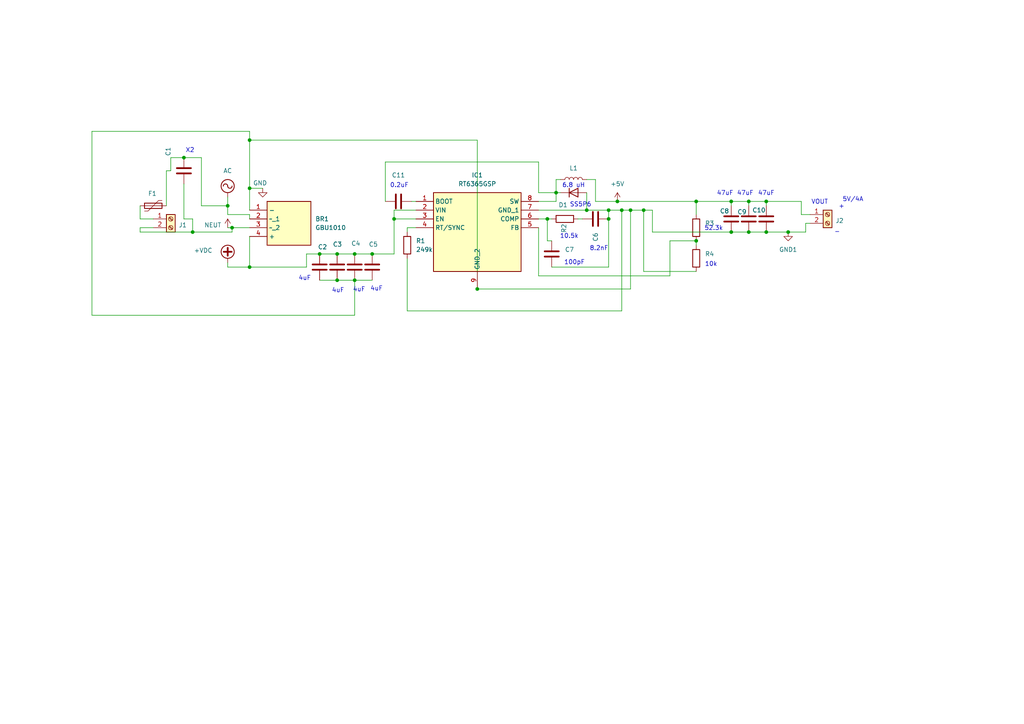
<source format=kicad_sch>
(kicad_sch
	(version 20250114)
	(generator "eeschema")
	(generator_version "9.0")
	(uuid "4664254f-c82d-46b4-b5b7-7793c2fac3c1")
	(paper "A4")
	(lib_symbols
		(symbol "Connector:Screw_Terminal_01x02"
			(pin_names
				(offset 1.016)
				(hide yes)
			)
			(exclude_from_sim no)
			(in_bom yes)
			(on_board yes)
			(property "Reference" "J"
				(at 0 2.54 0)
				(effects
					(font
						(size 1.27 1.27)
					)
				)
			)
			(property "Value" "Screw_Terminal_01x02"
				(at 0 -5.08 0)
				(effects
					(font
						(size 1.27 1.27)
					)
				)
			)
			(property "Footprint" ""
				(at 0 0 0)
				(effects
					(font
						(size 1.27 1.27)
					)
					(hide yes)
				)
			)
			(property "Datasheet" "~"
				(at 0 0 0)
				(effects
					(font
						(size 1.27 1.27)
					)
					(hide yes)
				)
			)
			(property "Description" "Generic screw terminal, single row, 01x02, script generated (kicad-library-utils/schlib/autogen/connector/)"
				(at 0 0 0)
				(effects
					(font
						(size 1.27 1.27)
					)
					(hide yes)
				)
			)
			(property "ki_keywords" "screw terminal"
				(at 0 0 0)
				(effects
					(font
						(size 1.27 1.27)
					)
					(hide yes)
				)
			)
			(property "ki_fp_filters" "TerminalBlock*:*"
				(at 0 0 0)
				(effects
					(font
						(size 1.27 1.27)
					)
					(hide yes)
				)
			)
			(symbol "Screw_Terminal_01x02_1_1"
				(rectangle
					(start -1.27 1.27)
					(end 1.27 -3.81)
					(stroke
						(width 0.254)
						(type default)
					)
					(fill
						(type background)
					)
				)
				(polyline
					(pts
						(xy -0.5334 0.3302) (xy 0.3302 -0.508)
					)
					(stroke
						(width 0.1524)
						(type default)
					)
					(fill
						(type none)
					)
				)
				(polyline
					(pts
						(xy -0.5334 -2.2098) (xy 0.3302 -3.048)
					)
					(stroke
						(width 0.1524)
						(type default)
					)
					(fill
						(type none)
					)
				)
				(polyline
					(pts
						(xy -0.3556 0.508) (xy 0.508 -0.3302)
					)
					(stroke
						(width 0.1524)
						(type default)
					)
					(fill
						(type none)
					)
				)
				(polyline
					(pts
						(xy -0.3556 -2.032) (xy 0.508 -2.8702)
					)
					(stroke
						(width 0.1524)
						(type default)
					)
					(fill
						(type none)
					)
				)
				(circle
					(center 0 0)
					(radius 0.635)
					(stroke
						(width 0.1524)
						(type default)
					)
					(fill
						(type none)
					)
				)
				(circle
					(center 0 -2.54)
					(radius 0.635)
					(stroke
						(width 0.1524)
						(type default)
					)
					(fill
						(type none)
					)
				)
				(pin passive line
					(at -5.08 0 0)
					(length 3.81)
					(name "Pin_1"
						(effects
							(font
								(size 1.27 1.27)
							)
						)
					)
					(number "1"
						(effects
							(font
								(size 1.27 1.27)
							)
						)
					)
				)
				(pin passive line
					(at -5.08 -2.54 0)
					(length 3.81)
					(name "Pin_2"
						(effects
							(font
								(size 1.27 1.27)
							)
						)
					)
					(number "2"
						(effects
							(font
								(size 1.27 1.27)
							)
						)
					)
				)
			)
			(embedded_fonts no)
		)
		(symbol "Device:C"
			(pin_numbers
				(hide yes)
			)
			(pin_names
				(offset 0.254)
			)
			(exclude_from_sim no)
			(in_bom yes)
			(on_board yes)
			(property "Reference" "C"
				(at 0.635 2.54 0)
				(effects
					(font
						(size 1.27 1.27)
					)
					(justify left)
				)
			)
			(property "Value" "C"
				(at 0.635 -2.54 0)
				(effects
					(font
						(size 1.27 1.27)
					)
					(justify left)
				)
			)
			(property "Footprint" ""
				(at 0.9652 -3.81 0)
				(effects
					(font
						(size 1.27 1.27)
					)
					(hide yes)
				)
			)
			(property "Datasheet" "~"
				(at 0 0 0)
				(effects
					(font
						(size 1.27 1.27)
					)
					(hide yes)
				)
			)
			(property "Description" "Unpolarized capacitor"
				(at 0 0 0)
				(effects
					(font
						(size 1.27 1.27)
					)
					(hide yes)
				)
			)
			(property "ki_keywords" "cap capacitor"
				(at 0 0 0)
				(effects
					(font
						(size 1.27 1.27)
					)
					(hide yes)
				)
			)
			(property "ki_fp_filters" "C_*"
				(at 0 0 0)
				(effects
					(font
						(size 1.27 1.27)
					)
					(hide yes)
				)
			)
			(symbol "C_0_1"
				(polyline
					(pts
						(xy -2.032 0.762) (xy 2.032 0.762)
					)
					(stroke
						(width 0.508)
						(type default)
					)
					(fill
						(type none)
					)
				)
				(polyline
					(pts
						(xy -2.032 -0.762) (xy 2.032 -0.762)
					)
					(stroke
						(width 0.508)
						(type default)
					)
					(fill
						(type none)
					)
				)
			)
			(symbol "C_1_1"
				(pin passive line
					(at 0 3.81 270)
					(length 2.794)
					(name "~"
						(effects
							(font
								(size 1.27 1.27)
							)
						)
					)
					(number "1"
						(effects
							(font
								(size 1.27 1.27)
							)
						)
					)
				)
				(pin passive line
					(at 0 -3.81 90)
					(length 2.794)
					(name "~"
						(effects
							(font
								(size 1.27 1.27)
							)
						)
					)
					(number "2"
						(effects
							(font
								(size 1.27 1.27)
							)
						)
					)
				)
			)
			(embedded_fonts no)
		)
		(symbol "Device:D"
			(pin_numbers
				(hide yes)
			)
			(pin_names
				(offset 1.016)
				(hide yes)
			)
			(exclude_from_sim no)
			(in_bom yes)
			(on_board yes)
			(property "Reference" "D"
				(at 0 2.54 0)
				(effects
					(font
						(size 1.27 1.27)
					)
				)
			)
			(property "Value" "D"
				(at 0 -2.54 0)
				(effects
					(font
						(size 1.27 1.27)
					)
				)
			)
			(property "Footprint" ""
				(at 0 0 0)
				(effects
					(font
						(size 1.27 1.27)
					)
					(hide yes)
				)
			)
			(property "Datasheet" "~"
				(at 0 0 0)
				(effects
					(font
						(size 1.27 1.27)
					)
					(hide yes)
				)
			)
			(property "Description" "Diode"
				(at 0 0 0)
				(effects
					(font
						(size 1.27 1.27)
					)
					(hide yes)
				)
			)
			(property "Sim.Device" "D"
				(at 0 0 0)
				(effects
					(font
						(size 1.27 1.27)
					)
					(hide yes)
				)
			)
			(property "Sim.Pins" "1=K 2=A"
				(at 0 0 0)
				(effects
					(font
						(size 1.27 1.27)
					)
					(hide yes)
				)
			)
			(property "ki_keywords" "diode"
				(at 0 0 0)
				(effects
					(font
						(size 1.27 1.27)
					)
					(hide yes)
				)
			)
			(property "ki_fp_filters" "TO-???* *_Diode_* *SingleDiode* D_*"
				(at 0 0 0)
				(effects
					(font
						(size 1.27 1.27)
					)
					(hide yes)
				)
			)
			(symbol "D_0_1"
				(polyline
					(pts
						(xy -1.27 1.27) (xy -1.27 -1.27)
					)
					(stroke
						(width 0.254)
						(type default)
					)
					(fill
						(type none)
					)
				)
				(polyline
					(pts
						(xy 1.27 1.27) (xy 1.27 -1.27) (xy -1.27 0) (xy 1.27 1.27)
					)
					(stroke
						(width 0.254)
						(type default)
					)
					(fill
						(type none)
					)
				)
				(polyline
					(pts
						(xy 1.27 0) (xy -1.27 0)
					)
					(stroke
						(width 0)
						(type default)
					)
					(fill
						(type none)
					)
				)
			)
			(symbol "D_1_1"
				(pin passive line
					(at -3.81 0 0)
					(length 2.54)
					(name "K"
						(effects
							(font
								(size 1.27 1.27)
							)
						)
					)
					(number "1"
						(effects
							(font
								(size 1.27 1.27)
							)
						)
					)
				)
				(pin passive line
					(at 3.81 0 180)
					(length 2.54)
					(name "A"
						(effects
							(font
								(size 1.27 1.27)
							)
						)
					)
					(number "2"
						(effects
							(font
								(size 1.27 1.27)
							)
						)
					)
				)
			)
			(embedded_fonts no)
		)
		(symbol "Device:L"
			(pin_numbers
				(hide yes)
			)
			(pin_names
				(offset 1.016)
				(hide yes)
			)
			(exclude_from_sim no)
			(in_bom yes)
			(on_board yes)
			(property "Reference" "L"
				(at -1.27 0 90)
				(effects
					(font
						(size 1.27 1.27)
					)
				)
			)
			(property "Value" "L"
				(at 1.905 0 90)
				(effects
					(font
						(size 1.27 1.27)
					)
				)
			)
			(property "Footprint" ""
				(at 0 0 0)
				(effects
					(font
						(size 1.27 1.27)
					)
					(hide yes)
				)
			)
			(property "Datasheet" "~"
				(at 0 0 0)
				(effects
					(font
						(size 1.27 1.27)
					)
					(hide yes)
				)
			)
			(property "Description" "Inductor"
				(at 0 0 0)
				(effects
					(font
						(size 1.27 1.27)
					)
					(hide yes)
				)
			)
			(property "ki_keywords" "inductor choke coil reactor magnetic"
				(at 0 0 0)
				(effects
					(font
						(size 1.27 1.27)
					)
					(hide yes)
				)
			)
			(property "ki_fp_filters" "Choke_* *Coil* Inductor_* L_*"
				(at 0 0 0)
				(effects
					(font
						(size 1.27 1.27)
					)
					(hide yes)
				)
			)
			(symbol "L_0_1"
				(arc
					(start 0 2.54)
					(mid 0.6323 1.905)
					(end 0 1.27)
					(stroke
						(width 0)
						(type default)
					)
					(fill
						(type none)
					)
				)
				(arc
					(start 0 1.27)
					(mid 0.6323 0.635)
					(end 0 0)
					(stroke
						(width 0)
						(type default)
					)
					(fill
						(type none)
					)
				)
				(arc
					(start 0 0)
					(mid 0.6323 -0.635)
					(end 0 -1.27)
					(stroke
						(width 0)
						(type default)
					)
					(fill
						(type none)
					)
				)
				(arc
					(start 0 -1.27)
					(mid 0.6323 -1.905)
					(end 0 -2.54)
					(stroke
						(width 0)
						(type default)
					)
					(fill
						(type none)
					)
				)
			)
			(symbol "L_1_1"
				(pin passive line
					(at 0 3.81 270)
					(length 1.27)
					(name "1"
						(effects
							(font
								(size 1.27 1.27)
							)
						)
					)
					(number "1"
						(effects
							(font
								(size 1.27 1.27)
							)
						)
					)
				)
				(pin passive line
					(at 0 -3.81 90)
					(length 1.27)
					(name "2"
						(effects
							(font
								(size 1.27 1.27)
							)
						)
					)
					(number "2"
						(effects
							(font
								(size 1.27 1.27)
							)
						)
					)
				)
			)
			(embedded_fonts no)
		)
		(symbol "Device:Polyfuse"
			(pin_numbers
				(hide yes)
			)
			(pin_names
				(offset 0)
			)
			(exclude_from_sim no)
			(in_bom yes)
			(on_board yes)
			(property "Reference" "F"
				(at -2.54 0 90)
				(effects
					(font
						(size 1.27 1.27)
					)
				)
			)
			(property "Value" "Polyfuse"
				(at 2.54 0 90)
				(effects
					(font
						(size 1.27 1.27)
					)
				)
			)
			(property "Footprint" ""
				(at 1.27 -5.08 0)
				(effects
					(font
						(size 1.27 1.27)
					)
					(justify left)
					(hide yes)
				)
			)
			(property "Datasheet" "~"
				(at 0 0 0)
				(effects
					(font
						(size 1.27 1.27)
					)
					(hide yes)
				)
			)
			(property "Description" "Resettable fuse, polymeric positive temperature coefficient"
				(at 0 0 0)
				(effects
					(font
						(size 1.27 1.27)
					)
					(hide yes)
				)
			)
			(property "ki_keywords" "resettable fuse PTC PPTC polyfuse polyswitch"
				(at 0 0 0)
				(effects
					(font
						(size 1.27 1.27)
					)
					(hide yes)
				)
			)
			(property "ki_fp_filters" "*polyfuse* *PTC*"
				(at 0 0 0)
				(effects
					(font
						(size 1.27 1.27)
					)
					(hide yes)
				)
			)
			(symbol "Polyfuse_0_1"
				(polyline
					(pts
						(xy -1.524 2.54) (xy -1.524 1.524) (xy 1.524 -1.524) (xy 1.524 -2.54)
					)
					(stroke
						(width 0)
						(type default)
					)
					(fill
						(type none)
					)
				)
				(rectangle
					(start -0.762 2.54)
					(end 0.762 -2.54)
					(stroke
						(width 0.254)
						(type default)
					)
					(fill
						(type none)
					)
				)
				(polyline
					(pts
						(xy 0 2.54) (xy 0 -2.54)
					)
					(stroke
						(width 0)
						(type default)
					)
					(fill
						(type none)
					)
				)
			)
			(symbol "Polyfuse_1_1"
				(pin passive line
					(at 0 3.81 270)
					(length 1.27)
					(name "~"
						(effects
							(font
								(size 1.27 1.27)
							)
						)
					)
					(number "1"
						(effects
							(font
								(size 1.27 1.27)
							)
						)
					)
				)
				(pin passive line
					(at 0 -3.81 90)
					(length 1.27)
					(name "~"
						(effects
							(font
								(size 1.27 1.27)
							)
						)
					)
					(number "2"
						(effects
							(font
								(size 1.27 1.27)
							)
						)
					)
				)
			)
			(embedded_fonts no)
		)
		(symbol "Device:R"
			(pin_numbers
				(hide yes)
			)
			(pin_names
				(offset 0)
			)
			(exclude_from_sim no)
			(in_bom yes)
			(on_board yes)
			(property "Reference" "R"
				(at 2.032 0 90)
				(effects
					(font
						(size 1.27 1.27)
					)
				)
			)
			(property "Value" "R"
				(at 0 0 90)
				(effects
					(font
						(size 1.27 1.27)
					)
				)
			)
			(property "Footprint" ""
				(at -1.778 0 90)
				(effects
					(font
						(size 1.27 1.27)
					)
					(hide yes)
				)
			)
			(property "Datasheet" "~"
				(at 0 0 0)
				(effects
					(font
						(size 1.27 1.27)
					)
					(hide yes)
				)
			)
			(property "Description" "Resistor"
				(at 0 0 0)
				(effects
					(font
						(size 1.27 1.27)
					)
					(hide yes)
				)
			)
			(property "ki_keywords" "R res resistor"
				(at 0 0 0)
				(effects
					(font
						(size 1.27 1.27)
					)
					(hide yes)
				)
			)
			(property "ki_fp_filters" "R_*"
				(at 0 0 0)
				(effects
					(font
						(size 1.27 1.27)
					)
					(hide yes)
				)
			)
			(symbol "R_0_1"
				(rectangle
					(start -1.016 -2.54)
					(end 1.016 2.54)
					(stroke
						(width 0.254)
						(type default)
					)
					(fill
						(type none)
					)
				)
			)
			(symbol "R_1_1"
				(pin passive line
					(at 0 3.81 270)
					(length 1.27)
					(name "~"
						(effects
							(font
								(size 1.27 1.27)
							)
						)
					)
					(number "1"
						(effects
							(font
								(size 1.27 1.27)
							)
						)
					)
				)
				(pin passive line
					(at 0 -3.81 90)
					(length 1.27)
					(name "~"
						(effects
							(font
								(size 1.27 1.27)
							)
						)
					)
					(number "2"
						(effects
							(font
								(size 1.27 1.27)
							)
						)
					)
				)
			)
			(embedded_fonts no)
		)
		(symbol "gbu1010:GBU1010"
			(exclude_from_sim no)
			(in_bom yes)
			(on_board yes)
			(property "Reference" "BR"
				(at 19.05 7.62 0)
				(effects
					(font
						(size 1.27 1.27)
					)
					(justify left top)
				)
			)
			(property "Value" "GBU1010"
				(at 19.05 5.08 0)
				(effects
					(font
						(size 1.27 1.27)
					)
					(justify left top)
				)
			)
			(property "Footprint" "TO508P356X2205X2135-4P"
				(at 19.05 -94.92 0)
				(effects
					(font
						(size 1.27 1.27)
					)
					(justify left top)
					(hide yes)
				)
			)
			(property "Datasheet" "https://datasheet.datasheetarchive.com/originals/distributors/Datasheets-DIO/DSADIO2000318.pdf"
				(at 19.05 -194.92 0)
				(effects
					(font
						(size 1.27 1.27)
					)
					(justify left top)
					(hide yes)
				)
			)
			(property "Description" "Diodes Inc GBU1010, Bridge Rectifier, 10A 1000V, 4-Pin GBU"
				(at 0 0 0)
				(effects
					(font
						(size 1.27 1.27)
					)
					(hide yes)
				)
			)
			(property "Height" "3.56"
				(at 19.05 -394.92 0)
				(effects
					(font
						(size 1.27 1.27)
					)
					(justify left top)
					(hide yes)
				)
			)
			(property "Manufacturer_Name" "Diodes Incorporated"
				(at 19.05 -494.92 0)
				(effects
					(font
						(size 1.27 1.27)
					)
					(justify left top)
					(hide yes)
				)
			)
			(property "Manufacturer_Part_Number" "GBU1010"
				(at 19.05 -594.92 0)
				(effects
					(font
						(size 1.27 1.27)
					)
					(justify left top)
					(hide yes)
				)
			)
			(property "Mouser Part Number" "621-GBU1010"
				(at 19.05 -694.92 0)
				(effects
					(font
						(size 1.27 1.27)
					)
					(justify left top)
					(hide yes)
				)
			)
			(property "Mouser Price/Stock" "https://www.mouser.co.uk/ProductDetail/Diodes-Incorporated/GBU1010?qs=G5AQjGfRJcLg6CbT2AfxxQ%3D%3D"
				(at 19.05 -794.92 0)
				(effects
					(font
						(size 1.27 1.27)
					)
					(justify left top)
					(hide yes)
				)
			)
			(property "Arrow Part Number" "GBU1010"
				(at 19.05 -894.92 0)
				(effects
					(font
						(size 1.27 1.27)
					)
					(justify left top)
					(hide yes)
				)
			)
			(property "Arrow Price/Stock" "https://www.arrow.com/en/products/gbu1010/diodes-incorporated?utm_currency=USD&region=nac"
				(at 19.05 -994.92 0)
				(effects
					(font
						(size 1.27 1.27)
					)
					(justify left top)
					(hide yes)
				)
			)
			(symbol "GBU1010_1_1"
				(rectangle
					(start 5.08 2.54)
					(end 17.78 -10.16)
					(stroke
						(width 0.254)
						(type default)
					)
					(fill
						(type background)
					)
				)
				(pin passive line
					(at 0 0 0)
					(length 5.08)
					(name "-"
						(effects
							(font
								(size 1.27 1.27)
							)
						)
					)
					(number "1"
						(effects
							(font
								(size 1.27 1.27)
							)
						)
					)
				)
				(pin passive line
					(at 0 -2.54 0)
					(length 5.08)
					(name "~_1"
						(effects
							(font
								(size 1.27 1.27)
							)
						)
					)
					(number "2"
						(effects
							(font
								(size 1.27 1.27)
							)
						)
					)
				)
				(pin passive line
					(at 0 -5.08 0)
					(length 5.08)
					(name "~_2"
						(effects
							(font
								(size 1.27 1.27)
							)
						)
					)
					(number "3"
						(effects
							(font
								(size 1.27 1.27)
							)
						)
					)
				)
				(pin passive line
					(at 0 -7.62 0)
					(length 5.08)
					(name "+"
						(effects
							(font
								(size 1.27 1.27)
							)
						)
					)
					(number "4"
						(effects
							(font
								(size 1.27 1.27)
							)
						)
					)
				)
			)
			(embedded_fonts no)
		)
		(symbol "power:+5V"
			(power)
			(pin_numbers
				(hide yes)
			)
			(pin_names
				(offset 0)
				(hide yes)
			)
			(exclude_from_sim no)
			(in_bom yes)
			(on_board yes)
			(property "Reference" "#PWR"
				(at 0 -3.81 0)
				(effects
					(font
						(size 1.27 1.27)
					)
					(hide yes)
				)
			)
			(property "Value" "+5V"
				(at 0 3.556 0)
				(effects
					(font
						(size 1.27 1.27)
					)
				)
			)
			(property "Footprint" ""
				(at 0 0 0)
				(effects
					(font
						(size 1.27 1.27)
					)
					(hide yes)
				)
			)
			(property "Datasheet" ""
				(at 0 0 0)
				(effects
					(font
						(size 1.27 1.27)
					)
					(hide yes)
				)
			)
			(property "Description" "Power symbol creates a global label with name \"+5V\""
				(at 0 0 0)
				(effects
					(font
						(size 1.27 1.27)
					)
					(hide yes)
				)
			)
			(property "ki_keywords" "global power"
				(at 0 0 0)
				(effects
					(font
						(size 1.27 1.27)
					)
					(hide yes)
				)
			)
			(symbol "+5V_0_1"
				(polyline
					(pts
						(xy -0.762 1.27) (xy 0 2.54)
					)
					(stroke
						(width 0)
						(type default)
					)
					(fill
						(type none)
					)
				)
				(polyline
					(pts
						(xy 0 2.54) (xy 0.762 1.27)
					)
					(stroke
						(width 0)
						(type default)
					)
					(fill
						(type none)
					)
				)
				(polyline
					(pts
						(xy 0 0) (xy 0 2.54)
					)
					(stroke
						(width 0)
						(type default)
					)
					(fill
						(type none)
					)
				)
			)
			(symbol "+5V_1_1"
				(pin power_in line
					(at 0 0 90)
					(length 0)
					(name "~"
						(effects
							(font
								(size 1.27 1.27)
							)
						)
					)
					(number "1"
						(effects
							(font
								(size 1.27 1.27)
							)
						)
					)
				)
			)
			(embedded_fonts no)
		)
		(symbol "power:+VDC"
			(power)
			(pin_numbers
				(hide yes)
			)
			(pin_names
				(offset 0)
				(hide yes)
			)
			(exclude_from_sim no)
			(in_bom yes)
			(on_board yes)
			(property "Reference" "#PWR"
				(at 0 -2.54 0)
				(effects
					(font
						(size 1.27 1.27)
					)
					(hide yes)
				)
			)
			(property "Value" "+VDC"
				(at 0 6.35 0)
				(effects
					(font
						(size 1.27 1.27)
					)
				)
			)
			(property "Footprint" ""
				(at 0 0 0)
				(effects
					(font
						(size 1.27 1.27)
					)
					(hide yes)
				)
			)
			(property "Datasheet" ""
				(at 0 0 0)
				(effects
					(font
						(size 1.27 1.27)
					)
					(hide yes)
				)
			)
			(property "Description" "Power symbol creates a global label with name \"+VDC\""
				(at 0 0 0)
				(effects
					(font
						(size 1.27 1.27)
					)
					(hide yes)
				)
			)
			(property "ki_keywords" "global power"
				(at 0 0 0)
				(effects
					(font
						(size 1.27 1.27)
					)
					(hide yes)
				)
			)
			(symbol "+VDC_0_1"
				(polyline
					(pts
						(xy -1.143 3.175) (xy 1.143 3.175)
					)
					(stroke
						(width 0.508)
						(type default)
					)
					(fill
						(type none)
					)
				)
				(circle
					(center 0 3.175)
					(radius 1.905)
					(stroke
						(width 0.254)
						(type default)
					)
					(fill
						(type none)
					)
				)
				(polyline
					(pts
						(xy 0 2.032) (xy 0 4.318)
					)
					(stroke
						(width 0.508)
						(type default)
					)
					(fill
						(type none)
					)
				)
				(polyline
					(pts
						(xy 0 0) (xy 0 1.27)
					)
					(stroke
						(width 0)
						(type default)
					)
					(fill
						(type none)
					)
				)
			)
			(symbol "+VDC_1_1"
				(pin power_in line
					(at 0 0 90)
					(length 0)
					(name "~"
						(effects
							(font
								(size 1.27 1.27)
							)
						)
					)
					(number "1"
						(effects
							(font
								(size 1.27 1.27)
							)
						)
					)
				)
			)
			(embedded_fonts no)
		)
		(symbol "power:AC"
			(power)
			(pin_numbers
				(hide yes)
			)
			(pin_names
				(offset 0)
				(hide yes)
			)
			(exclude_from_sim no)
			(in_bom yes)
			(on_board yes)
			(property "Reference" "#PWR"
				(at 0 -2.54 0)
				(effects
					(font
						(size 1.27 1.27)
					)
					(hide yes)
				)
			)
			(property "Value" "AC"
				(at 0 6.35 0)
				(effects
					(font
						(size 1.27 1.27)
					)
				)
			)
			(property "Footprint" ""
				(at 0 0 0)
				(effects
					(font
						(size 1.27 1.27)
					)
					(hide yes)
				)
			)
			(property "Datasheet" ""
				(at 0 0 0)
				(effects
					(font
						(size 1.27 1.27)
					)
					(hide yes)
				)
			)
			(property "Description" "Power symbol creates a global label with name \"AC\""
				(at 0 0 0)
				(effects
					(font
						(size 1.27 1.27)
					)
					(hide yes)
				)
			)
			(property "ki_keywords" "global power"
				(at 0 0 0)
				(effects
					(font
						(size 1.27 1.27)
					)
					(hide yes)
				)
			)
			(symbol "AC_0_1"
				(arc
					(start -1.27 3.175)
					(mid -0.635 3.8073)
					(end 0 3.175)
					(stroke
						(width 0.254)
						(type default)
					)
					(fill
						(type none)
					)
				)
				(circle
					(center 0 3.175)
					(radius 1.905)
					(stroke
						(width 0.254)
						(type default)
					)
					(fill
						(type none)
					)
				)
				(polyline
					(pts
						(xy 0 0) (xy 0 1.27)
					)
					(stroke
						(width 0)
						(type default)
					)
					(fill
						(type none)
					)
				)
				(arc
					(start 1.27 3.175)
					(mid 0.635 2.5427)
					(end 0 3.175)
					(stroke
						(width 0.254)
						(type default)
					)
					(fill
						(type none)
					)
				)
			)
			(symbol "AC_1_1"
				(pin power_in line
					(at 0 0 90)
					(length 0)
					(name "~"
						(effects
							(font
								(size 1.27 1.27)
							)
						)
					)
					(number "1"
						(effects
							(font
								(size 1.27 1.27)
							)
						)
					)
				)
			)
			(embedded_fonts no)
		)
		(symbol "power:GND"
			(power)
			(pin_numbers
				(hide yes)
			)
			(pin_names
				(offset 0)
				(hide yes)
			)
			(exclude_from_sim no)
			(in_bom yes)
			(on_board yes)
			(property "Reference" "#PWR"
				(at 0 -6.35 0)
				(effects
					(font
						(size 1.27 1.27)
					)
					(hide yes)
				)
			)
			(property "Value" "GND"
				(at 0 -3.81 0)
				(effects
					(font
						(size 1.27 1.27)
					)
				)
			)
			(property "Footprint" ""
				(at 0 0 0)
				(effects
					(font
						(size 1.27 1.27)
					)
					(hide yes)
				)
			)
			(property "Datasheet" ""
				(at 0 0 0)
				(effects
					(font
						(size 1.27 1.27)
					)
					(hide yes)
				)
			)
			(property "Description" "Power symbol creates a global label with name \"GND\" , ground"
				(at 0 0 0)
				(effects
					(font
						(size 1.27 1.27)
					)
					(hide yes)
				)
			)
			(property "ki_keywords" "global power"
				(at 0 0 0)
				(effects
					(font
						(size 1.27 1.27)
					)
					(hide yes)
				)
			)
			(symbol "GND_0_1"
				(polyline
					(pts
						(xy 0 0) (xy 0 -1.27) (xy 1.27 -1.27) (xy 0 -2.54) (xy -1.27 -1.27) (xy 0 -1.27)
					)
					(stroke
						(width 0)
						(type default)
					)
					(fill
						(type none)
					)
				)
			)
			(symbol "GND_1_1"
				(pin power_in line
					(at 0 0 270)
					(length 0)
					(name "~"
						(effects
							(font
								(size 1.27 1.27)
							)
						)
					)
					(number "1"
						(effects
							(font
								(size 1.27 1.27)
							)
						)
					)
				)
			)
			(embedded_fonts no)
		)
		(symbol "power:GND1"
			(power)
			(pin_numbers
				(hide yes)
			)
			(pin_names
				(offset 0)
				(hide yes)
			)
			(exclude_from_sim no)
			(in_bom yes)
			(on_board yes)
			(property "Reference" "#PWR"
				(at 0 -6.35 0)
				(effects
					(font
						(size 1.27 1.27)
					)
					(hide yes)
				)
			)
			(property "Value" "GND1"
				(at 0 -3.81 0)
				(effects
					(font
						(size 1.27 1.27)
					)
				)
			)
			(property "Footprint" ""
				(at 0 0 0)
				(effects
					(font
						(size 1.27 1.27)
					)
					(hide yes)
				)
			)
			(property "Datasheet" ""
				(at 0 0 0)
				(effects
					(font
						(size 1.27 1.27)
					)
					(hide yes)
				)
			)
			(property "Description" "Power symbol creates a global label with name \"GND1\" , ground"
				(at 0 0 0)
				(effects
					(font
						(size 1.27 1.27)
					)
					(hide yes)
				)
			)
			(property "ki_keywords" "global power"
				(at 0 0 0)
				(effects
					(font
						(size 1.27 1.27)
					)
					(hide yes)
				)
			)
			(symbol "GND1_0_1"
				(polyline
					(pts
						(xy 0 0) (xy 0 -1.27) (xy 1.27 -1.27) (xy 0 -2.54) (xy -1.27 -1.27) (xy 0 -1.27)
					)
					(stroke
						(width 0)
						(type default)
					)
					(fill
						(type none)
					)
				)
			)
			(symbol "GND1_1_1"
				(pin power_in line
					(at 0 0 270)
					(length 0)
					(name "~"
						(effects
							(font
								(size 1.27 1.27)
							)
						)
					)
					(number "1"
						(effects
							(font
								(size 1.27 1.27)
							)
						)
					)
				)
			)
			(embedded_fonts no)
		)
		(symbol "power:NEUT"
			(power)
			(pin_numbers
				(hide yes)
			)
			(pin_names
				(offset 0)
				(hide yes)
			)
			(exclude_from_sim no)
			(in_bom yes)
			(on_board yes)
			(property "Reference" "#PWR"
				(at 0 -3.81 0)
				(effects
					(font
						(size 1.27 1.27)
					)
					(hide yes)
				)
			)
			(property "Value" "NEUT"
				(at 0 3.556 0)
				(effects
					(font
						(size 1.27 1.27)
					)
				)
			)
			(property "Footprint" ""
				(at 0 0 0)
				(effects
					(font
						(size 1.27 1.27)
					)
					(hide yes)
				)
			)
			(property "Datasheet" ""
				(at 0 0 0)
				(effects
					(font
						(size 1.27 1.27)
					)
					(hide yes)
				)
			)
			(property "Description" "Power symbol creates a global label with name \"NEUT\""
				(at 0 0 0)
				(effects
					(font
						(size 1.27 1.27)
					)
					(hide yes)
				)
			)
			(property "ki_keywords" "global power"
				(at 0 0 0)
				(effects
					(font
						(size 1.27 1.27)
					)
					(hide yes)
				)
			)
			(symbol "NEUT_0_1"
				(polyline
					(pts
						(xy -0.762 1.27) (xy 0 2.54)
					)
					(stroke
						(width 0)
						(type default)
					)
					(fill
						(type none)
					)
				)
				(polyline
					(pts
						(xy 0 2.54) (xy 0.762 1.27)
					)
					(stroke
						(width 0)
						(type default)
					)
					(fill
						(type none)
					)
				)
				(polyline
					(pts
						(xy 0 0) (xy 0 2.54)
					)
					(stroke
						(width 0)
						(type default)
					)
					(fill
						(type none)
					)
				)
			)
			(symbol "NEUT_1_1"
				(pin power_in line
					(at 0 0 90)
					(length 0)
					(name "~"
						(effects
							(font
								(size 1.27 1.27)
							)
						)
					)
					(number "1"
						(effects
							(font
								(size 1.27 1.27)
							)
						)
					)
				)
			)
			(embedded_fonts no)
		)
		(symbol "rt6365gsp:RT6365GSP"
			(exclude_from_sim no)
			(in_bom yes)
			(on_board yes)
			(property "Reference" "IC"
				(at 31.75 7.62 0)
				(effects
					(font
						(size 1.27 1.27)
					)
					(justify left top)
				)
			)
			(property "Value" "RT6365GSP"
				(at 31.75 5.08 0)
				(effects
					(font
						(size 1.27 1.27)
					)
					(justify left top)
				)
			)
			(property "Footprint" "SOIC127P600X175-9N"
				(at 31.75 -94.92 0)
				(effects
					(font
						(size 1.27 1.27)
					)
					(justify left top)
					(hide yes)
				)
			)
			(property "Datasheet" "https://www.richtek.com/assets/product_file/RT6365/DS6365-02.pdf"
				(at 31.75 -194.92 0)
				(effects
					(font
						(size 1.27 1.27)
					)
					(justify left top)
					(hide yes)
				)
			)
			(property "Description" "Switching Voltage Regulators 60VIN, 5A, Asynchronous Step-Down Converter with Low Quiescent Current"
				(at 0 0 0)
				(effects
					(font
						(size 1.27 1.27)
					)
					(hide yes)
				)
			)
			(property "Height" "1.753"
				(at 31.75 -394.92 0)
				(effects
					(font
						(size 1.27 1.27)
					)
					(justify left top)
					(hide yes)
				)
			)
			(property "Manufacturer_Name" "RICHTEK"
				(at 31.75 -494.92 0)
				(effects
					(font
						(size 1.27 1.27)
					)
					(justify left top)
					(hide yes)
				)
			)
			(property "Manufacturer_Part_Number" "RT6365GSP"
				(at 31.75 -594.92 0)
				(effects
					(font
						(size 1.27 1.27)
					)
					(justify left top)
					(hide yes)
				)
			)
			(property "Mouser Part Number" "835-RT6365GSP"
				(at 31.75 -694.92 0)
				(effects
					(font
						(size 1.27 1.27)
					)
					(justify left top)
					(hide yes)
				)
			)
			(property "Mouser Price/Stock" "https://www.mouser.co.uk/ProductDetail/Richtek/RT6365GSP?qs=amGC7iS6iy%252BGHkAL3RFUug%3D%3D"
				(at 31.75 -794.92 0)
				(effects
					(font
						(size 1.27 1.27)
					)
					(justify left top)
					(hide yes)
				)
			)
			(property "Arrow Part Number" ""
				(at 31.75 -894.92 0)
				(effects
					(font
						(size 1.27 1.27)
					)
					(justify left top)
					(hide yes)
				)
			)
			(property "Arrow Price/Stock" ""
				(at 31.75 -994.92 0)
				(effects
					(font
						(size 1.27 1.27)
					)
					(justify left top)
					(hide yes)
				)
			)
			(symbol "RT6365GSP_1_1"
				(rectangle
					(start 5.08 2.54)
					(end 30.48 -20.32)
					(stroke
						(width 0.254)
						(type default)
					)
					(fill
						(type background)
					)
				)
				(pin passive line
					(at 0 0 0)
					(length 5.08)
					(name "BOOT"
						(effects
							(font
								(size 1.27 1.27)
							)
						)
					)
					(number "1"
						(effects
							(font
								(size 1.27 1.27)
							)
						)
					)
				)
				(pin passive line
					(at 0 -2.54 0)
					(length 5.08)
					(name "VIN"
						(effects
							(font
								(size 1.27 1.27)
							)
						)
					)
					(number "2"
						(effects
							(font
								(size 1.27 1.27)
							)
						)
					)
				)
				(pin passive line
					(at 0 -5.08 0)
					(length 5.08)
					(name "EN"
						(effects
							(font
								(size 1.27 1.27)
							)
						)
					)
					(number "3"
						(effects
							(font
								(size 1.27 1.27)
							)
						)
					)
				)
				(pin passive line
					(at 0 -7.62 0)
					(length 5.08)
					(name "RT/SYNC"
						(effects
							(font
								(size 1.27 1.27)
							)
						)
					)
					(number "4"
						(effects
							(font
								(size 1.27 1.27)
							)
						)
					)
				)
				(pin passive line
					(at 17.78 -25.4 90)
					(length 5.08)
					(name "GND_2"
						(effects
							(font
								(size 1.27 1.27)
							)
						)
					)
					(number "9"
						(effects
							(font
								(size 1.27 1.27)
							)
						)
					)
				)
				(pin passive line
					(at 35.56 0 180)
					(length 5.08)
					(name "SW"
						(effects
							(font
								(size 1.27 1.27)
							)
						)
					)
					(number "8"
						(effects
							(font
								(size 1.27 1.27)
							)
						)
					)
				)
				(pin passive line
					(at 35.56 -2.54 180)
					(length 5.08)
					(name "GND_1"
						(effects
							(font
								(size 1.27 1.27)
							)
						)
					)
					(number "7"
						(effects
							(font
								(size 1.27 1.27)
							)
						)
					)
				)
				(pin passive line
					(at 35.56 -5.08 180)
					(length 5.08)
					(name "COMP"
						(effects
							(font
								(size 1.27 1.27)
							)
						)
					)
					(number "6"
						(effects
							(font
								(size 1.27 1.27)
							)
						)
					)
				)
				(pin passive line
					(at 35.56 -7.62 180)
					(length 5.08)
					(name "FB"
						(effects
							(font
								(size 1.27 1.27)
							)
						)
					)
					(number "5"
						(effects
							(font
								(size 1.27 1.27)
							)
						)
					)
				)
			)
			(embedded_fonts no)
		)
	)
	(text "47uF"
		(exclude_from_sim no)
		(at 216.154 56.134 0)
		(effects
			(font
				(size 1.27 1.27)
			)
		)
		(uuid "2a77ebce-3f40-4893-b1bd-add10ac463b8")
	)
	(text "VOUT"
		(exclude_from_sim no)
		(at 237.744 58.674 0)
		(effects
			(font
				(size 1.27 1.27)
			)
		)
		(uuid "2db3f4a7-ea37-46f6-9fe4-82cc0d658010")
	)
	(text "8.2nF"
		(exclude_from_sim no)
		(at 173.736 72.136 0)
		(effects
			(font
				(size 1.27 1.27)
			)
		)
		(uuid "2eefd9ae-743f-47a1-ace2-0594793a1683")
	)
	(text "10.5k"
		(exclude_from_sim no)
		(at 165.1 68.58 0)
		(effects
			(font
				(size 1.27 1.27)
			)
		)
		(uuid "4eedcb32-42df-454d-90e8-4b1cbbbb3531")
	)
	(text "0.2uF"
		(exclude_from_sim no)
		(at 115.824 53.848 0)
		(effects
			(font
				(size 1.27 1.27)
			)
		)
		(uuid "584a7938-e6bc-45d1-8a18-28a83b829223")
	)
	(text "6.8 uH"
		(exclude_from_sim no)
		(at 166.37 53.848 0)
		(effects
			(font
				(size 1.27 1.27)
			)
		)
		(uuid "5af4dba3-ad2b-4141-b001-58fb40c30332")
	)
	(text "4uF"
		(exclude_from_sim no)
		(at 98.044 84.328 0)
		(effects
			(font
				(size 1.27 1.27)
			)
		)
		(uuid "5d18bcaa-45b9-4f57-9d41-9e9246cbc478")
	)
	(text "X2"
		(exclude_from_sim no)
		(at 55.118 43.688 0)
		(effects
			(font
				(size 1.27 1.27)
			)
		)
		(uuid "629606c8-fb86-4dbe-a6ba-f0549483ffa6")
	)
	(text "4uF"
		(exclude_from_sim no)
		(at 88.392 80.772 0)
		(effects
			(font
				(size 1.27 1.27)
			)
		)
		(uuid "67d92b9f-a816-4944-a42c-ec87eac0370c")
	)
	(text "47uF"
		(exclude_from_sim no)
		(at 210.312 56.134 0)
		(effects
			(font
				(size 1.27 1.27)
			)
		)
		(uuid "85aca112-7e3e-40a2-9510-a83f1011884f")
	)
	(text "+"
		(exclude_from_sim no)
		(at 244.094 59.944 0)
		(effects
			(font
				(size 1.27 1.27)
			)
		)
		(uuid "85e6e838-e885-40a7-a73c-46362ca3d39e")
	)
	(text "SS5P6"
		(exclude_from_sim no)
		(at 168.402 59.436 0)
		(effects
			(font
				(size 1.27 1.27)
			)
		)
		(uuid "8b339155-aa95-48f2-8ffc-7202097de21c")
	)
	(text "-"
		(exclude_from_sim no)
		(at 242.824 67.31 0)
		(effects
			(font
				(size 1.27 1.27)
			)
		)
		(uuid "8d1e0523-0eff-4b57-8df6-3e771e57d106")
	)
	(text "4uF"
		(exclude_from_sim no)
		(at 109.22 83.82 0)
		(effects
			(font
				(size 1.27 1.27)
			)
		)
		(uuid "8eb36ef8-b0fa-48e8-a228-13ee2ca2a915")
	)
	(text "5V/4A"
		(exclude_from_sim no)
		(at 247.396 57.912 0)
		(effects
			(font
				(size 1.27 1.27)
			)
		)
		(uuid "959d7020-95f9-4f46-bcc7-88f20214a503")
	)
	(text "47uF"
		(exclude_from_sim no)
		(at 222.25 56.134 0)
		(effects
			(font
				(size 1.27 1.27)
			)
		)
		(uuid "9f46370c-ea17-4ab5-9f3c-47911f6ab15b")
	)
	(text "4uF"
		(exclude_from_sim no)
		(at 104.14 84.074 0)
		(effects
			(font
				(size 1.27 1.27)
			)
		)
		(uuid "cbcfec3b-c116-4a2a-bf90-0d54b0b5c9e6")
	)
	(text "10k"
		(exclude_from_sim no)
		(at 206.248 76.708 0)
		(effects
			(font
				(size 1.27 1.27)
			)
		)
		(uuid "db54812b-196d-4452-a514-47c76c0b9e65")
	)
	(text "100pF"
		(exclude_from_sim no)
		(at 166.624 76.2 0)
		(effects
			(font
				(size 1.27 1.27)
			)
		)
		(uuid "e274f1c5-9b17-40af-8a5f-306d40fcec01")
	)
	(text "52.3k"
		(exclude_from_sim no)
		(at 207.01 66.294 0)
		(effects
			(font
				(size 1.27 1.27)
			)
		)
		(uuid "efd4c5cb-5b86-42ab-9a19-58ce20d216e2")
	)
	(junction
		(at 217.17 67.31)
		(diameter 0)
		(color 0 0 0 0)
		(uuid "1284a69a-58c0-4668-b57c-ff030a9a57ba")
	)
	(junction
		(at 180.34 60.96)
		(diameter 0)
		(color 0 0 0 0)
		(uuid "15d9ec17-f6a7-461d-bc47-233831ed52ff")
	)
	(junction
		(at 53.34 45.72)
		(diameter 0)
		(color 0 0 0 0)
		(uuid "297aab30-23a5-411b-bed2-149fac37efd3")
	)
	(junction
		(at 97.79 81.28)
		(diameter 0)
		(color 0 0 0 0)
		(uuid "47e75bf6-d809-4ce4-a745-20f5fa472ece")
	)
	(junction
		(at 138.43 83.82)
		(diameter 0)
		(color 0 0 0 0)
		(uuid "4b132929-d6ff-475f-a6dd-3d2f5a4ec1ec")
	)
	(junction
		(at 222.25 58.42)
		(diameter 0)
		(color 0 0 0 0)
		(uuid "4b483ccf-82e4-44c5-a8e4-2d66e1175950")
	)
	(junction
		(at 158.75 63.5)
		(diameter 0)
		(color 0 0 0 0)
		(uuid "4df31ca9-99f5-4adf-9a1e-145493daeee7")
	)
	(junction
		(at 182.88 60.96)
		(diameter 0)
		(color 0 0 0 0)
		(uuid "4e365ff0-8b5e-424b-b790-31b341a73ae1")
	)
	(junction
		(at 72.39 77.47)
		(diameter 0)
		(color 0 0 0 0)
		(uuid "56e6b00f-1273-4526-9f16-6ebec892e0c4")
	)
	(junction
		(at 161.29 55.88)
		(diameter 0)
		(color 0 0 0 0)
		(uuid "5a3be80d-3718-44a4-b219-04e3f7c1a8e5")
	)
	(junction
		(at 176.53 60.96)
		(diameter 0)
		(color 0 0 0 0)
		(uuid "7b77e5d8-91dd-42c5-9937-f843c2729aaf")
	)
	(junction
		(at 102.87 81.28)
		(diameter 0)
		(color 0 0 0 0)
		(uuid "7ffc4238-a4f6-40d4-bbfb-028d70e64cee")
	)
	(junction
		(at 102.87 73.66)
		(diameter 0)
		(color 0 0 0 0)
		(uuid "822b0363-41cd-4717-826f-b15aef894d30")
	)
	(junction
		(at 186.69 60.96)
		(diameter 0)
		(color 0 0 0 0)
		(uuid "8273351a-5cca-4463-b411-1ef952398d70")
	)
	(junction
		(at 92.71 73.66)
		(diameter 0)
		(color 0 0 0 0)
		(uuid "8571228f-0fc9-44b3-8474-e6c68052789d")
	)
	(junction
		(at 66.04 59.69)
		(diameter 0)
		(color 0 0 0 0)
		(uuid "901e09a3-0dae-4915-a175-4328174f72f0")
	)
	(junction
		(at 222.25 67.31)
		(diameter 0)
		(color 0 0 0 0)
		(uuid "9de59ef4-69b9-4b41-a1b9-04c360cff9f8")
	)
	(junction
		(at 201.93 58.42)
		(diameter 0)
		(color 0 0 0 0)
		(uuid "ab5477e2-612a-40ae-bd3e-fa470f8beda5")
	)
	(junction
		(at 176.53 63.5)
		(diameter 0)
		(color 0 0 0 0)
		(uuid "ad24f901-3364-4ff0-b0f4-679e52898abe")
	)
	(junction
		(at 72.39 40.64)
		(diameter 0)
		(color 0 0 0 0)
		(uuid "b382f063-be71-4775-b3c1-e1766035d0bc")
	)
	(junction
		(at 55.88 67.31)
		(diameter 0)
		(color 0 0 0 0)
		(uuid "b8372828-50ed-4da0-9a75-2d8e544c655d")
	)
	(junction
		(at 170.18 60.96)
		(diameter 0)
		(color 0 0 0 0)
		(uuid "ba4b7bdb-ccc5-4565-9095-b1025d212d1e")
	)
	(junction
		(at 201.93 69.85)
		(diameter 0)
		(color 0 0 0 0)
		(uuid "bdf4bb88-821a-4cd5-bd58-1de5f0fb56da")
	)
	(junction
		(at 97.79 73.66)
		(diameter 0)
		(color 0 0 0 0)
		(uuid "cd727c92-ed5c-4390-863b-8d1e2b0d7718")
	)
	(junction
		(at 114.3 63.5)
		(diameter 0)
		(color 0 0 0 0)
		(uuid "dccbe4de-69e4-4a3d-a78b-6813238aa6ed")
	)
	(junction
		(at 179.07 58.42)
		(diameter 0)
		(color 0 0 0 0)
		(uuid "dd0806aa-5576-4031-b5fa-42d7e2dd8c43")
	)
	(junction
		(at 72.39 54.61)
		(diameter 0)
		(color 0 0 0 0)
		(uuid "e0cb3cb7-d671-4d03-aedd-2f6cd503fefe")
	)
	(junction
		(at 212.09 67.31)
		(diameter 0)
		(color 0 0 0 0)
		(uuid "e1439a25-c96d-4f58-9254-df532c87fdda")
	)
	(junction
		(at 228.6 67.31)
		(diameter 0)
		(color 0 0 0 0)
		(uuid "e35f7cf8-6c90-4921-a72e-3ac15ca50a3a")
	)
	(junction
		(at 217.17 58.42)
		(diameter 0)
		(color 0 0 0 0)
		(uuid "e965331d-d5ec-4efb-9efe-61607544eff5")
	)
	(junction
		(at 107.95 73.66)
		(diameter 0)
		(color 0 0 0 0)
		(uuid "f898e5c0-b8b8-4fb3-9a26-bf7509a2eec9")
	)
	(junction
		(at 212.09 58.42)
		(diameter 0)
		(color 0 0 0 0)
		(uuid "fd188bc0-c5ee-4644-8db8-c153e8154e0f")
	)
	(junction
		(at 67.31 66.04)
		(diameter 0)
		(color 0 0 0 0)
		(uuid "fe5cd81f-5224-4669-94f5-da3034e08df0")
	)
	(wire
		(pts
			(xy 222.25 67.31) (xy 228.6 67.31)
		)
		(stroke
			(width 0)
			(type default)
		)
		(uuid "009ebe97-34e9-4ed7-9d20-fa8efa1b6906")
	)
	(wire
		(pts
			(xy 102.87 81.28) (xy 107.95 81.28)
		)
		(stroke
			(width 0)
			(type default)
		)
		(uuid "01cbb07c-080f-4e02-9a87-239bbe6615aa")
	)
	(wire
		(pts
			(xy 76.2 54.61) (xy 72.39 54.61)
		)
		(stroke
			(width 0)
			(type default)
		)
		(uuid "02f7f80f-72e1-45a1-bae4-bb2479ef7de4")
	)
	(wire
		(pts
			(xy 48.26 59.69) (xy 48.26 49.53)
		)
		(stroke
			(width 0)
			(type default)
		)
		(uuid "05fe0d05-60bf-44af-b531-a8809c19360f")
	)
	(wire
		(pts
			(xy 158.75 69.85) (xy 160.02 69.85)
		)
		(stroke
			(width 0)
			(type default)
		)
		(uuid "0653b8d7-17ce-4405-a6e8-14cccc7ed630")
	)
	(wire
		(pts
			(xy 232.41 62.23) (xy 234.95 62.23)
		)
		(stroke
			(width 0)
			(type default)
		)
		(uuid "09b68591-787d-48ee-b1ae-594190d79ec4")
	)
	(wire
		(pts
			(xy 186.69 78.74) (xy 186.69 60.96)
		)
		(stroke
			(width 0)
			(type default)
		)
		(uuid "0a782f05-5ef5-4fad-b014-297bc24aecc4")
	)
	(wire
		(pts
			(xy 72.39 54.61) (xy 72.39 60.96)
		)
		(stroke
			(width 0)
			(type default)
		)
		(uuid "1189737f-0716-4545-9dd2-c1ebe3f81c55")
	)
	(wire
		(pts
			(xy 156.21 55.88) (xy 156.21 46.99)
		)
		(stroke
			(width 0)
			(type default)
		)
		(uuid "13b225d5-e005-41d8-83ae-f25a866dbb4d")
	)
	(wire
		(pts
			(xy 180.34 60.96) (xy 182.88 60.96)
		)
		(stroke
			(width 0)
			(type default)
		)
		(uuid "16b42c9a-a6a7-4cf9-b725-95a9e5722436")
	)
	(wire
		(pts
			(xy 72.39 77.47) (xy 88.9 77.47)
		)
		(stroke
			(width 0)
			(type default)
		)
		(uuid "184761de-2346-4203-ab00-d14dd9c55bc0")
	)
	(wire
		(pts
			(xy 40.64 66.04) (xy 44.45 66.04)
		)
		(stroke
			(width 0)
			(type default)
		)
		(uuid "1d722993-3971-4f10-892a-eadce7a7f838")
	)
	(wire
		(pts
			(xy 217.17 58.42) (xy 222.25 58.42)
		)
		(stroke
			(width 0)
			(type default)
		)
		(uuid "252580d9-06b6-4769-8c7d-fdb4c287ed93")
	)
	(wire
		(pts
			(xy 156.21 80.01) (xy 194.31 80.01)
		)
		(stroke
			(width 0)
			(type default)
		)
		(uuid "28133580-de5e-483c-945e-bf92fc137fd0")
	)
	(wire
		(pts
			(xy 66.04 77.47) (xy 72.39 77.47)
		)
		(stroke
			(width 0)
			(type default)
		)
		(uuid "29628b5c-b3d6-49e2-a709-d510af5f78a6")
	)
	(wire
		(pts
			(xy 212.09 58.42) (xy 212.09 59.69)
		)
		(stroke
			(width 0)
			(type default)
		)
		(uuid "2f51575c-0895-4b49-abb2-6dc1ebee8790")
	)
	(wire
		(pts
			(xy 156.21 66.04) (xy 156.21 80.01)
		)
		(stroke
			(width 0)
			(type default)
		)
		(uuid "344d9692-583f-4fe6-b70a-0285e4e668ea")
	)
	(wire
		(pts
			(xy 49.53 45.72) (xy 53.34 45.72)
		)
		(stroke
			(width 0)
			(type default)
		)
		(uuid "3695bfb6-7fe7-4aac-8611-e87a609bad64")
	)
	(wire
		(pts
			(xy 88.9 73.66) (xy 92.71 73.66)
		)
		(stroke
			(width 0)
			(type default)
		)
		(uuid "3953ee20-dc17-41e4-b4e5-a3204637da5a")
	)
	(wire
		(pts
			(xy 182.88 60.96) (xy 186.69 60.96)
		)
		(stroke
			(width 0)
			(type default)
		)
		(uuid "39a95c1f-f741-4074-95f9-c627e2ecb376")
	)
	(wire
		(pts
			(xy 194.31 69.85) (xy 201.93 69.85)
		)
		(stroke
			(width 0)
			(type default)
		)
		(uuid "3b4dcd36-401a-48de-8d39-2d761fd82a24")
	)
	(wire
		(pts
			(xy 172.72 52.07) (xy 172.72 58.42)
		)
		(stroke
			(width 0)
			(type default)
		)
		(uuid "409d9456-5fce-43b3-a893-a64bcee84da9")
	)
	(wire
		(pts
			(xy 201.93 58.42) (xy 212.09 58.42)
		)
		(stroke
			(width 0)
			(type default)
		)
		(uuid "40a8a221-dd3e-4839-baa6-7e1b9c4a80a8")
	)
	(wire
		(pts
			(xy 194.31 80.01) (xy 194.31 69.85)
		)
		(stroke
			(width 0)
			(type default)
		)
		(uuid "40ef88f9-0db5-4c5a-9698-1081ba4bc488")
	)
	(wire
		(pts
			(xy 161.29 52.07) (xy 162.56 52.07)
		)
		(stroke
			(width 0)
			(type default)
		)
		(uuid "46fb27c4-7a5c-4c50-a3df-392b71916a6f")
	)
	(wire
		(pts
			(xy 172.72 58.42) (xy 179.07 58.42)
		)
		(stroke
			(width 0)
			(type default)
		)
		(uuid "4f05e61e-f8e3-4bef-b991-d27467ba5d97")
	)
	(wire
		(pts
			(xy 49.53 49.53) (xy 49.53 45.72)
		)
		(stroke
			(width 0)
			(type default)
		)
		(uuid "4fed68ba-f88c-423c-8f2c-61c02de7919a")
	)
	(wire
		(pts
			(xy 138.43 83.82) (xy 138.43 40.64)
		)
		(stroke
			(width 0)
			(type default)
		)
		(uuid "51f610ed-8bce-4273-a6b8-7d5fd7b96d21")
	)
	(wire
		(pts
			(xy 138.43 40.64) (xy 72.39 40.64)
		)
		(stroke
			(width 0)
			(type default)
		)
		(uuid "5209eedb-32e4-4bfc-b013-e5403213e8fc")
	)
	(wire
		(pts
			(xy 111.76 58.42) (xy 111.76 46.99)
		)
		(stroke
			(width 0)
			(type default)
		)
		(uuid "532f8fdb-df74-4ec8-be84-edbd3eef7e64")
	)
	(wire
		(pts
			(xy 53.34 53.34) (xy 53.34 63.5)
		)
		(stroke
			(width 0)
			(type default)
		)
		(uuid "538a9729-fa07-4c3f-91fa-c9075aaf266b")
	)
	(wire
		(pts
			(xy 233.68 64.77) (xy 234.95 64.77)
		)
		(stroke
			(width 0)
			(type default)
		)
		(uuid "539fcfee-cbf1-4c26-809a-7333f69db8f6")
	)
	(wire
		(pts
			(xy 158.75 63.5) (xy 158.75 69.85)
		)
		(stroke
			(width 0)
			(type default)
		)
		(uuid "55119611-0e4e-4190-8817-957493bbc788")
	)
	(wire
		(pts
			(xy 170.18 55.88) (xy 170.18 60.96)
		)
		(stroke
			(width 0)
			(type default)
		)
		(uuid "55ea35ce-0cb8-43bd-a315-01353f554351")
	)
	(wire
		(pts
			(xy 102.87 73.66) (xy 107.95 73.66)
		)
		(stroke
			(width 0)
			(type default)
		)
		(uuid "59628e07-0ac8-4f03-a52b-2c6b0f1a4ef7")
	)
	(wire
		(pts
			(xy 67.31 66.04) (xy 72.39 66.04)
		)
		(stroke
			(width 0)
			(type default)
		)
		(uuid "5ad1ad82-15cc-4ab6-b5ca-0df6ad39ee24")
	)
	(wire
		(pts
			(xy 66.04 66.04) (xy 67.31 66.04)
		)
		(stroke
			(width 0)
			(type default)
		)
		(uuid "5b27ad08-2a7a-4dac-90eb-7617edd486b2")
	)
	(wire
		(pts
			(xy 156.21 46.99) (xy 111.76 46.99)
		)
		(stroke
			(width 0)
			(type default)
		)
		(uuid "5ba3282e-fdd7-49a3-94b4-5ef53b88e592")
	)
	(wire
		(pts
			(xy 66.04 62.23) (xy 72.39 62.23)
		)
		(stroke
			(width 0)
			(type default)
		)
		(uuid "5c09591e-bd0f-40a0-89fd-7e47b3f54740")
	)
	(wire
		(pts
			(xy 114.3 63.5) (xy 120.65 63.5)
		)
		(stroke
			(width 0)
			(type default)
		)
		(uuid "5efe2ef3-a65e-49d1-884f-f4162453c3ba")
	)
	(wire
		(pts
			(xy 48.26 49.53) (xy 49.53 49.53)
		)
		(stroke
			(width 0)
			(type default)
		)
		(uuid "62c7b18f-b09a-4e24-a0ca-21c5a839f894")
	)
	(wire
		(pts
			(xy 53.34 63.5) (xy 55.88 63.5)
		)
		(stroke
			(width 0)
			(type default)
		)
		(uuid "638df62e-f204-45c7-aa27-7ac31bd456d7")
	)
	(wire
		(pts
			(xy 92.71 73.66) (xy 97.79 73.66)
		)
		(stroke
			(width 0)
			(type default)
		)
		(uuid "6921de1d-2fb2-47a8-b7f6-3b662eea1365")
	)
	(wire
		(pts
			(xy 66.04 77.47) (xy 66.04 76.2)
		)
		(stroke
			(width 0)
			(type default)
		)
		(uuid "6956905c-412f-44e3-88e3-e90773c3b063")
	)
	(wire
		(pts
			(xy 88.9 77.47) (xy 88.9 73.66)
		)
		(stroke
			(width 0)
			(type default)
		)
		(uuid "6a14355f-5277-4764-b4d0-75cfb264366e")
	)
	(wire
		(pts
			(xy 186.69 60.96) (xy 189.23 60.96)
		)
		(stroke
			(width 0)
			(type default)
		)
		(uuid "6c5db9fe-f81f-42fd-8a46-0988ebbf11c6")
	)
	(wire
		(pts
			(xy 160.02 77.47) (xy 176.53 77.47)
		)
		(stroke
			(width 0)
			(type default)
		)
		(uuid "6f116270-1bd3-4b4d-b167-568ea6ca7df5")
	)
	(wire
		(pts
			(xy 189.23 67.31) (xy 189.23 60.96)
		)
		(stroke
			(width 0)
			(type default)
		)
		(uuid "73807dd6-ac4c-45f8-96ea-23abecf198e8")
	)
	(wire
		(pts
			(xy 72.39 62.23) (xy 72.39 63.5)
		)
		(stroke
			(width 0)
			(type default)
		)
		(uuid "7a6c148f-6985-4f30-bc8b-f415f99b742e")
	)
	(wire
		(pts
			(xy 222.25 58.42) (xy 222.25 59.69)
		)
		(stroke
			(width 0)
			(type default)
		)
		(uuid "7c191327-c58a-46f5-98b9-d2fef055f315")
	)
	(wire
		(pts
			(xy 180.34 90.17) (xy 180.34 60.96)
		)
		(stroke
			(width 0)
			(type default)
		)
		(uuid "8057a52c-94e9-4a4b-9be3-cd56c2bba0a0")
	)
	(wire
		(pts
			(xy 158.75 63.5) (xy 160.02 63.5)
		)
		(stroke
			(width 0)
			(type default)
		)
		(uuid "8058b458-0dc5-430e-a352-55a9f5441601")
	)
	(wire
		(pts
			(xy 107.95 73.66) (xy 114.3 73.66)
		)
		(stroke
			(width 0)
			(type default)
		)
		(uuid "8473f427-7d7a-4f32-9102-8b6293c239bd")
	)
	(wire
		(pts
			(xy 72.39 38.1) (xy 72.39 40.64)
		)
		(stroke
			(width 0)
			(type default)
		)
		(uuid "861b6e4e-1a22-4f4d-a452-f81fbf4f8d55")
	)
	(wire
		(pts
			(xy 26.67 38.1) (xy 72.39 38.1)
		)
		(stroke
			(width 0)
			(type default)
		)
		(uuid "87eb259f-d90a-4a89-b91d-a1c7fd8a27a5")
	)
	(wire
		(pts
			(xy 72.39 40.64) (xy 72.39 54.61)
		)
		(stroke
			(width 0)
			(type default)
		)
		(uuid "89c32925-9cac-4d4e-b960-711e30d38c00")
	)
	(wire
		(pts
			(xy 114.3 73.66) (xy 114.3 63.5)
		)
		(stroke
			(width 0)
			(type default)
		)
		(uuid "8aa4659a-c9bc-45c5-8479-69b5399e6909")
	)
	(wire
		(pts
			(xy 232.41 58.42) (xy 232.41 62.23)
		)
		(stroke
			(width 0)
			(type default)
		)
		(uuid "8ae7363d-2b19-4381-955d-3dc2a88b354d")
	)
	(wire
		(pts
			(xy 176.53 60.96) (xy 180.34 60.96)
		)
		(stroke
			(width 0)
			(type default)
		)
		(uuid "8b3d91b1-a573-4521-9a74-d6eea0052a90")
	)
	(wire
		(pts
			(xy 212.09 58.42) (xy 217.17 58.42)
		)
		(stroke
			(width 0)
			(type default)
		)
		(uuid "8d1f703b-33b2-46ea-9546-918fe6b3580f")
	)
	(wire
		(pts
			(xy 161.29 58.42) (xy 156.21 58.42)
		)
		(stroke
			(width 0)
			(type default)
		)
		(uuid "8ec1a934-7a37-4530-9f8f-a38554b8d580")
	)
	(wire
		(pts
			(xy 217.17 67.31) (xy 222.25 67.31)
		)
		(stroke
			(width 0)
			(type default)
		)
		(uuid "90d551cc-74a3-439e-b20b-65e4d2ea07c1")
	)
	(wire
		(pts
			(xy 222.25 58.42) (xy 232.41 58.42)
		)
		(stroke
			(width 0)
			(type default)
		)
		(uuid "97a624a1-ce01-446e-82a6-51a1d5536b85")
	)
	(wire
		(pts
			(xy 201.93 78.74) (xy 186.69 78.74)
		)
		(stroke
			(width 0)
			(type default)
		)
		(uuid "9879dd41-5a56-43e0-87f4-3ee030832359")
	)
	(wire
		(pts
			(xy 212.09 67.31) (xy 217.17 67.31)
		)
		(stroke
			(width 0)
			(type default)
		)
		(uuid "9921987b-909b-4375-91b3-33de01f04f4e")
	)
	(wire
		(pts
			(xy 66.04 59.69) (xy 66.04 57.15)
		)
		(stroke
			(width 0)
			(type default)
		)
		(uuid "9ba34f38-70c9-4cb6-ba1a-24d923ca1d6b")
	)
	(wire
		(pts
			(xy 118.11 66.04) (xy 120.65 66.04)
		)
		(stroke
			(width 0)
			(type default)
		)
		(uuid "9d7c2b78-7a29-4cf9-a7cc-05e8d8167cef")
	)
	(wire
		(pts
			(xy 233.68 67.31) (xy 233.68 64.77)
		)
		(stroke
			(width 0)
			(type default)
		)
		(uuid "9e9af08b-11a1-4719-a321-33ba1362c74f")
	)
	(wire
		(pts
			(xy 217.17 58.42) (xy 217.17 59.69)
		)
		(stroke
			(width 0)
			(type default)
		)
		(uuid "a26d2d84-7fc2-4e52-91aa-812e402e7b92")
	)
	(wire
		(pts
			(xy 176.53 63.5) (xy 176.53 77.47)
		)
		(stroke
			(width 0)
			(type default)
		)
		(uuid "a437d5ad-ccae-47bd-9edf-cc846b52b7a6")
	)
	(wire
		(pts
			(xy 167.64 63.5) (xy 168.91 63.5)
		)
		(stroke
			(width 0)
			(type default)
		)
		(uuid "a5d05675-6614-476f-ac31-35b096167782")
	)
	(wire
		(pts
			(xy 26.67 91.44) (xy 26.67 38.1)
		)
		(stroke
			(width 0)
			(type default)
		)
		(uuid "a5d78f8e-a1a4-4053-840a-e3506be61c24")
	)
	(wire
		(pts
			(xy 138.43 83.82) (xy 182.88 83.82)
		)
		(stroke
			(width 0)
			(type default)
		)
		(uuid "a5e26bad-cb5a-46df-9a02-5336b7fad2b8")
	)
	(wire
		(pts
			(xy 176.53 60.96) (xy 176.53 63.5)
		)
		(stroke
			(width 0)
			(type default)
		)
		(uuid "a615d7ce-f670-4f85-9abe-ebfc18a001b8")
	)
	(wire
		(pts
			(xy 201.93 58.42) (xy 201.93 62.23)
		)
		(stroke
			(width 0)
			(type default)
		)
		(uuid "a9188325-a68e-4f46-8169-dee3567a6038")
	)
	(wire
		(pts
			(xy 92.71 81.28) (xy 97.79 81.28)
		)
		(stroke
			(width 0)
			(type default)
		)
		(uuid "a9408b88-0a66-4078-a6a7-d48872a93628")
	)
	(wire
		(pts
			(xy 53.34 45.72) (xy 58.42 45.72)
		)
		(stroke
			(width 0)
			(type default)
		)
		(uuid "ae5d0873-76a6-42b0-9ed2-035b27676c31")
	)
	(wire
		(pts
			(xy 55.88 67.31) (xy 67.31 67.31)
		)
		(stroke
			(width 0)
			(type default)
		)
		(uuid "b237115a-7f48-4a25-8d62-441e2003b25f")
	)
	(wire
		(pts
			(xy 119.38 58.42) (xy 120.65 58.42)
		)
		(stroke
			(width 0)
			(type default)
		)
		(uuid "b2916984-91d9-484f-90b6-9110dc8da968")
	)
	(wire
		(pts
			(xy 40.64 67.31) (xy 55.88 67.31)
		)
		(stroke
			(width 0)
			(type default)
		)
		(uuid "b6867bf7-87ac-4eee-ab60-249c052cb48e")
	)
	(wire
		(pts
			(xy 72.39 77.47) (xy 72.39 68.58)
		)
		(stroke
			(width 0)
			(type default)
		)
		(uuid "b6ceec6d-019a-44bc-8cba-80cbb50c7c1e")
	)
	(wire
		(pts
			(xy 182.88 83.82) (xy 182.88 60.96)
		)
		(stroke
			(width 0)
			(type default)
		)
		(uuid "bce1c2cd-59a2-4537-9813-13e0bafb25e0")
	)
	(wire
		(pts
			(xy 102.87 91.44) (xy 26.67 91.44)
		)
		(stroke
			(width 0)
			(type default)
		)
		(uuid "bd5b751a-32d8-4ec8-941b-d5040c27c5cc")
	)
	(wire
		(pts
			(xy 118.11 74.93) (xy 118.11 90.17)
		)
		(stroke
			(width 0)
			(type default)
		)
		(uuid "c287bd9c-36e2-40f0-82c8-4f10e2e14198")
	)
	(wire
		(pts
			(xy 67.31 66.04) (xy 67.31 67.31)
		)
		(stroke
			(width 0)
			(type default)
		)
		(uuid "c8855ba7-4950-44f5-931d-7c7b7ee04ea4")
	)
	(wire
		(pts
			(xy 118.11 66.04) (xy 118.11 67.31)
		)
		(stroke
			(width 0)
			(type default)
		)
		(uuid "ca839511-0426-4377-a104-b9d5c0565b6a")
	)
	(wire
		(pts
			(xy 66.04 59.69) (xy 66.04 62.23)
		)
		(stroke
			(width 0)
			(type default)
		)
		(uuid "cac6ff70-e3f5-40ce-9e8f-f6832cacb541")
	)
	(wire
		(pts
			(xy 228.6 67.31) (xy 233.68 67.31)
		)
		(stroke
			(width 0)
			(type default)
		)
		(uuid "cc2e5cfe-c4cb-4fd3-a06d-ad355717848a")
	)
	(wire
		(pts
			(xy 97.79 81.28) (xy 102.87 81.28)
		)
		(stroke
			(width 0)
			(type default)
		)
		(uuid "cdc4028e-814f-4420-96df-8754bd408cbb")
	)
	(wire
		(pts
			(xy 156.21 63.5) (xy 158.75 63.5)
		)
		(stroke
			(width 0)
			(type default)
		)
		(uuid "cecacecc-b5c9-4678-9369-a7abe301d8f1")
	)
	(wire
		(pts
			(xy 189.23 67.31) (xy 212.09 67.31)
		)
		(stroke
			(width 0)
			(type default)
		)
		(uuid "d0007f2b-f2cf-4a12-9cb2-389a0682acf0")
	)
	(wire
		(pts
			(xy 170.18 52.07) (xy 172.72 52.07)
		)
		(stroke
			(width 0)
			(type default)
		)
		(uuid "d2851949-8377-4aef-9cf3-ff146ec756e7")
	)
	(wire
		(pts
			(xy 40.64 63.5) (xy 44.45 63.5)
		)
		(stroke
			(width 0)
			(type default)
		)
		(uuid "d2e81686-b104-4aca-9bf6-3b5adb6f0ba6")
	)
	(wire
		(pts
			(xy 161.29 55.88) (xy 162.56 55.88)
		)
		(stroke
			(width 0)
			(type default)
		)
		(uuid "d651bfb0-356e-4733-813a-bbb93f896596")
	)
	(wire
		(pts
			(xy 114.3 60.96) (xy 120.65 60.96)
		)
		(stroke
			(width 0)
			(type default)
		)
		(uuid "d9fad1b5-e4ce-4b6f-aa4b-67863e011e01")
	)
	(wire
		(pts
			(xy 58.42 45.72) (xy 58.42 59.69)
		)
		(stroke
			(width 0)
			(type default)
		)
		(uuid "df50fdac-7126-4d89-a716-b3bc856ce1b6")
	)
	(wire
		(pts
			(xy 170.18 60.96) (xy 176.53 60.96)
		)
		(stroke
			(width 0)
			(type default)
		)
		(uuid "e0d61d2e-af23-4640-84cd-3c4e31fa6970")
	)
	(wire
		(pts
			(xy 102.87 81.28) (xy 102.87 91.44)
		)
		(stroke
			(width 0)
			(type default)
		)
		(uuid "e6038db6-886f-4807-a8ba-5418c91c7c02")
	)
	(wire
		(pts
			(xy 161.29 55.88) (xy 156.21 55.88)
		)
		(stroke
			(width 0)
			(type default)
		)
		(uuid "e935185f-40f5-46bc-be43-dd6f887d9c43")
	)
	(wire
		(pts
			(xy 97.79 73.66) (xy 102.87 73.66)
		)
		(stroke
			(width 0)
			(type default)
		)
		(uuid "ea248117-89b6-4b30-afdc-38ca99be107c")
	)
	(wire
		(pts
			(xy 58.42 59.69) (xy 66.04 59.69)
		)
		(stroke
			(width 0)
			(type default)
		)
		(uuid "ec187d92-1dc7-4331-aa8e-70a424df11ff")
	)
	(wire
		(pts
			(xy 40.64 67.31) (xy 40.64 66.04)
		)
		(stroke
			(width 0)
			(type default)
		)
		(uuid "ed01410e-6cce-4ecb-8f27-750688f07110")
	)
	(wire
		(pts
			(xy 161.29 55.88) (xy 161.29 58.42)
		)
		(stroke
			(width 0)
			(type default)
		)
		(uuid "f2de5737-e638-47cb-aa2e-5e002e702bf0")
	)
	(wire
		(pts
			(xy 161.29 52.07) (xy 161.29 55.88)
		)
		(stroke
			(width 0)
			(type default)
		)
		(uuid "f42a807f-0257-4d82-9c83-c0c6621cad93")
	)
	(wire
		(pts
			(xy 114.3 63.5) (xy 114.3 60.96)
		)
		(stroke
			(width 0)
			(type default)
		)
		(uuid "f493b2b7-4949-435c-a1bd-619e7ea4e76c")
	)
	(wire
		(pts
			(xy 156.21 60.96) (xy 170.18 60.96)
		)
		(stroke
			(width 0)
			(type default)
		)
		(uuid "f61ae795-8000-4642-93c1-6bb09fe923f4")
	)
	(wire
		(pts
			(xy 40.64 59.69) (xy 40.64 63.5)
		)
		(stroke
			(width 0)
			(type default)
		)
		(uuid "f63b9f05-63c0-419d-8df2-f95406836edb")
	)
	(wire
		(pts
			(xy 55.88 63.5) (xy 55.88 67.31)
		)
		(stroke
			(width 0)
			(type default)
		)
		(uuid "f77c800f-9f85-4ea4-86f0-5a8b13e35fcd")
	)
	(wire
		(pts
			(xy 179.07 58.42) (xy 201.93 58.42)
		)
		(stroke
			(width 0)
			(type default)
		)
		(uuid "f7fda925-00fa-428e-97f0-798a436d5c74")
	)
	(wire
		(pts
			(xy 118.11 90.17) (xy 180.34 90.17)
		)
		(stroke
			(width 0)
			(type default)
		)
		(uuid "f87f11f4-d3b0-4387-b218-b85592e66976")
	)
	(wire
		(pts
			(xy 201.93 69.85) (xy 201.93 71.12)
		)
		(stroke
			(width 0)
			(type default)
		)
		(uuid "ff7018db-9991-43f9-9799-d8f72b88d41f")
	)
	(symbol
		(lib_id "Device:C")
		(at 172.72 63.5 90)
		(unit 1)
		(exclude_from_sim no)
		(in_bom yes)
		(on_board yes)
		(dnp no)
		(uuid "0ab46d80-444f-478d-8a5e-16d3129d2185")
		(property "Reference" "C6"
			(at 172.72 70.104 0)
			(effects
				(font
					(size 1.27 1.27)
				)
				(justify left)
			)
		)
		(property "Value" "C"
			(at 173.9899 59.69 0)
			(effects
				(font
					(size 1.27 1.27)
				)
				(justify left)
				(hide yes)
			)
		)
		(property "Footprint" "Capacitor_SMD:C_0805_2012Metric_Pad1.18x1.45mm_HandSolder"
			(at 176.53 62.5348 0)
			(effects
				(font
					(size 1.27 1.27)
				)
				(hide yes)
			)
		)
		(property "Datasheet" "~"
			(at 172.72 63.5 0)
			(effects
				(font
					(size 1.27 1.27)
				)
				(hide yes)
			)
		)
		(property "Description" "Unpolarized capacitor"
			(at 172.72 63.5 0)
			(effects
				(font
					(size 1.27 1.27)
				)
				(hide yes)
			)
		)
		(pin "1"
			(uuid "40212f53-b388-4c08-9eb3-39e756b7c259")
		)
		(pin "2"
			(uuid "ab04c59c-c22d-4f38-8cb5-191db4027b4e")
		)
		(instances
			(project ""
				(path "/4664254f-c82d-46b4-b5b7-7793c2fac3c1"
					(reference "C6")
					(unit 1)
				)
			)
		)
	)
	(symbol
		(lib_id "Device:Polyfuse")
		(at 44.45 59.69 90)
		(unit 1)
		(exclude_from_sim no)
		(in_bom yes)
		(on_board yes)
		(dnp no)
		(uuid "1ccc5d76-b2c3-4d0c-a94a-41799f416086")
		(property "Reference" "F1"
			(at 44.196 56.134 90)
			(effects
				(font
					(size 1.27 1.27)
				)
			)
		)
		(property "Value" "Polyfuse"
			(at 44.45 55.88 90)
			(effects
				(font
					(size 1.27 1.27)
				)
				(hide yes)
			)
		)
		(property "Footprint" "Fuse:Fuse_Bourns_MF-RG600"
			(at 49.53 58.42 0)
			(effects
				(font
					(size 1.27 1.27)
				)
				(justify left)
				(hide yes)
			)
		)
		(property "Datasheet" "~"
			(at 44.45 59.69 0)
			(effects
				(font
					(size 1.27 1.27)
				)
				(hide yes)
			)
		)
		(property "Description" "Resettable fuse, polymeric positive temperature coefficient"
			(at 44.45 59.69 0)
			(effects
				(font
					(size 1.27 1.27)
				)
				(hide yes)
			)
		)
		(pin "2"
			(uuid "80224ae5-d555-4b23-9df8-fbd16cb7308f")
		)
		(pin "1"
			(uuid "b745b758-f9a9-4003-8362-3462ad76d248")
		)
		(instances
			(project ""
				(path "/4664254f-c82d-46b4-b5b7-7793c2fac3c1"
					(reference "F1")
					(unit 1)
				)
			)
		)
	)
	(symbol
		(lib_id "power:AC")
		(at 66.04 57.15 0)
		(unit 1)
		(exclude_from_sim no)
		(in_bom yes)
		(on_board yes)
		(dnp no)
		(fields_autoplaced yes)
		(uuid "279394e9-19f9-45af-80a7-0e088bc88548")
		(property "Reference" "#PWR01"
			(at 66.04 59.69 0)
			(effects
				(font
					(size 1.27 1.27)
				)
				(hide yes)
			)
		)
		(property "Value" "AC"
			(at 66.04 49.53 0)
			(effects
				(font
					(size 1.27 1.27)
				)
			)
		)
		(property "Footprint" ""
			(at 66.04 57.15 0)
			(effects
				(font
					(size 1.27 1.27)
				)
				(hide yes)
			)
		)
		(property "Datasheet" ""
			(at 66.04 57.15 0)
			(effects
				(font
					(size 1.27 1.27)
				)
				(hide yes)
			)
		)
		(property "Description" "Power symbol creates a global label with name \"AC\""
			(at 66.04 57.15 0)
			(effects
				(font
					(size 1.27 1.27)
				)
				(hide yes)
			)
		)
		(pin "1"
			(uuid "958c4c9c-15e6-4834-b4f3-6c42a312c9fa")
		)
		(instances
			(project ""
				(path "/4664254f-c82d-46b4-b5b7-7793c2fac3c1"
					(reference "#PWR01")
					(unit 1)
				)
			)
		)
	)
	(symbol
		(lib_id "gbu1010:GBU1010")
		(at 72.39 60.96 0)
		(unit 1)
		(exclude_from_sim no)
		(in_bom yes)
		(on_board yes)
		(dnp no)
		(fields_autoplaced yes)
		(uuid "38312345-83ed-4e52-9acd-0be88a2312c1")
		(property "Reference" "BR1"
			(at 91.44 63.4999 0)
			(effects
				(font
					(size 1.27 1.27)
				)
				(justify left)
			)
		)
		(property "Value" "GBU1010"
			(at 91.44 66.0399 0)
			(effects
				(font
					(size 1.27 1.27)
				)
				(justify left)
			)
		)
		(property "Footprint" "TO508P356X2205X2135-4P"
			(at 91.44 155.88 0)
			(effects
				(font
					(size 1.27 1.27)
				)
				(justify left top)
				(hide yes)
			)
		)
		(property "Datasheet" "https://datasheet.datasheetarchive.com/originals/distributors/Datasheets-DIO/DSADIO2000318.pdf"
			(at 91.44 255.88 0)
			(effects
				(font
					(size 1.27 1.27)
				)
				(justify left top)
				(hide yes)
			)
		)
		(property "Description" "Diodes Inc GBU1010, Bridge Rectifier, 10A 1000V, 4-Pin GBU"
			(at 72.39 60.96 0)
			(effects
				(font
					(size 1.27 1.27)
				)
				(hide yes)
			)
		)
		(property "Height" "3.56"
			(at 91.44 455.88 0)
			(effects
				(font
					(size 1.27 1.27)
				)
				(justify left top)
				(hide yes)
			)
		)
		(property "Manufacturer_Name" "Diodes Incorporated"
			(at 91.44 555.88 0)
			(effects
				(font
					(size 1.27 1.27)
				)
				(justify left top)
				(hide yes)
			)
		)
		(property "Manufacturer_Part_Number" "GBU1010"
			(at 91.44 655.88 0)
			(effects
				(font
					(size 1.27 1.27)
				)
				(justify left top)
				(hide yes)
			)
		)
		(property "Mouser Part Number" "621-GBU1010"
			(at 91.44 755.88 0)
			(effects
				(font
					(size 1.27 1.27)
				)
				(justify left top)
				(hide yes)
			)
		)
		(property "Mouser Price/Stock" "https://www.mouser.co.uk/ProductDetail/Diodes-Incorporated/GBU1010?qs=G5AQjGfRJcLg6CbT2AfxxQ%3D%3D"
			(at 91.44 855.88 0)
			(effects
				(font
					(size 1.27 1.27)
				)
				(justify left top)
				(hide yes)
			)
		)
		(property "Arrow Part Number" "GBU1010"
			(at 91.44 955.88 0)
			(effects
				(font
					(size 1.27 1.27)
				)
				(justify left top)
				(hide yes)
			)
		)
		(property "Arrow Price/Stock" "https://www.arrow.com/en/products/gbu1010/diodes-incorporated?utm_currency=USD&region=nac"
			(at 91.44 1055.88 0)
			(effects
				(font
					(size 1.27 1.27)
				)
				(justify left top)
				(hide yes)
			)
		)
		(pin "1"
			(uuid "89830592-5d53-44a3-9429-fec6c6cabc27")
		)
		(pin "3"
			(uuid "684def2b-267e-4430-91c5-12c92b11479a")
		)
		(pin "2"
			(uuid "a2f44132-f69d-4a60-8756-79ee4cf8cc29")
		)
		(pin "4"
			(uuid "6b589ce0-43f4-4673-823a-7ee14478c544")
		)
		(instances
			(project ""
				(path "/4664254f-c82d-46b4-b5b7-7793c2fac3c1"
					(reference "BR1")
					(unit 1)
				)
			)
		)
	)
	(symbol
		(lib_id "Device:R")
		(at 163.83 63.5 90)
		(unit 1)
		(exclude_from_sim no)
		(in_bom yes)
		(on_board yes)
		(dnp no)
		(uuid "3c3a1674-d0b6-4856-9e09-f8c79896d2ee")
		(property "Reference" "R2"
			(at 163.576 67.564 0)
			(effects
				(font
					(size 1.27 1.27)
				)
				(justify left)
			)
		)
		(property "Value" "R"
			(at 165.0999 60.96 0)
			(effects
				(font
					(size 1.27 1.27)
				)
				(justify left)
				(hide yes)
			)
		)
		(property "Footprint" "Resistor_SMD:R_0603_1608Metric_Pad0.98x0.95mm_HandSolder"
			(at 163.83 65.278 90)
			(effects
				(font
					(size 1.27 1.27)
				)
				(hide yes)
			)
		)
		(property "Datasheet" "~"
			(at 163.83 63.5 0)
			(effects
				(font
					(size 1.27 1.27)
				)
				(hide yes)
			)
		)
		(property "Description" "Resistor"
			(at 163.83 63.5 0)
			(effects
				(font
					(size 1.27 1.27)
				)
				(hide yes)
			)
		)
		(pin "1"
			(uuid "a84f3014-2ae6-44ea-8dbf-5b9cf264fa78")
		)
		(pin "2"
			(uuid "e20de41c-e846-40c5-a806-68aaa3203677")
		)
		(instances
			(project ""
				(path "/4664254f-c82d-46b4-b5b7-7793c2fac3c1"
					(reference "R2")
					(unit 1)
				)
			)
		)
	)
	(symbol
		(lib_id "power:+5V")
		(at 179.07 58.42 0)
		(unit 1)
		(exclude_from_sim no)
		(in_bom yes)
		(on_board yes)
		(dnp no)
		(fields_autoplaced yes)
		(uuid "42f80aea-fc8e-4f20-a0a8-3401e1e7e937")
		(property "Reference" "#PWR04"
			(at 179.07 62.23 0)
			(effects
				(font
					(size 1.27 1.27)
				)
				(hide yes)
			)
		)
		(property "Value" "+5V"
			(at 179.07 53.34 0)
			(effects
				(font
					(size 1.27 1.27)
				)
			)
		)
		(property "Footprint" ""
			(at 179.07 58.42 0)
			(effects
				(font
					(size 1.27 1.27)
				)
				(hide yes)
			)
		)
		(property "Datasheet" ""
			(at 179.07 58.42 0)
			(effects
				(font
					(size 1.27 1.27)
				)
				(hide yes)
			)
		)
		(property "Description" "Power symbol creates a global label with name \"+5V\""
			(at 179.07 58.42 0)
			(effects
				(font
					(size 1.27 1.27)
				)
				(hide yes)
			)
		)
		(pin "1"
			(uuid "cbf9837e-8883-4c27-93b3-ae4c4592cc36")
		)
		(instances
			(project ""
				(path "/4664254f-c82d-46b4-b5b7-7793c2fac3c1"
					(reference "#PWR04")
					(unit 1)
				)
			)
		)
	)
	(symbol
		(lib_id "Connector:Screw_Terminal_01x02")
		(at 240.03 62.23 0)
		(unit 1)
		(exclude_from_sim no)
		(in_bom yes)
		(on_board yes)
		(dnp no)
		(uuid "439f4465-c8cf-499c-a273-37c1cd4d8f0d")
		(property "Reference" "J2"
			(at 242.316 64.008 0)
			(effects
				(font
					(size 1.27 1.27)
				)
				(justify left)
			)
		)
		(property "Value" "Screw_Terminal_01x02"
			(at 242.57 64.7699 0)
			(effects
				(font
					(size 1.27 1.27)
				)
				(justify left)
				(hide yes)
			)
		)
		(property "Footprint" "TerminalBlock_MetzConnect:TerminalBlock_MetzConnect_Type205_RT04502UBLC_1x02_P5.00mm_45Degree"
			(at 240.03 62.23 0)
			(effects
				(font
					(size 1.27 1.27)
				)
				(hide yes)
			)
		)
		(property "Datasheet" "~"
			(at 240.03 62.23 0)
			(effects
				(font
					(size 1.27 1.27)
				)
				(hide yes)
			)
		)
		(property "Description" "Generic screw terminal, single row, 01x02, script generated (kicad-library-utils/schlib/autogen/connector/)"
			(at 240.03 62.23 0)
			(effects
				(font
					(size 1.27 1.27)
				)
				(hide yes)
			)
		)
		(pin "1"
			(uuid "7e48fa4f-9385-4ea8-a1e0-66ffde579c17")
		)
		(pin "2"
			(uuid "a110119b-c638-4067-ac20-bca9c99f9c36")
		)
		(instances
			(project "fiveV_2A_LPS"
				(path "/4664254f-c82d-46b4-b5b7-7793c2fac3c1"
					(reference "J2")
					(unit 1)
				)
			)
		)
	)
	(symbol
		(lib_id "power:+VDC")
		(at 66.04 76.2 0)
		(unit 1)
		(exclude_from_sim no)
		(in_bom yes)
		(on_board yes)
		(dnp no)
		(uuid "5c1cfaa8-bde1-4856-9f1e-19b9549cb122")
		(property "Reference" "#PWR03"
			(at 66.04 78.74 0)
			(effects
				(font
					(size 1.27 1.27)
				)
				(hide yes)
			)
		)
		(property "Value" "+VDC"
			(at 58.928 72.644 0)
			(effects
				(font
					(size 1.27 1.27)
				)
			)
		)
		(property "Footprint" ""
			(at 66.04 76.2 0)
			(effects
				(font
					(size 1.27 1.27)
				)
				(hide yes)
			)
		)
		(property "Datasheet" ""
			(at 66.04 76.2 0)
			(effects
				(font
					(size 1.27 1.27)
				)
				(hide yes)
			)
		)
		(property "Description" "Power symbol creates a global label with name \"+VDC\""
			(at 66.04 76.2 0)
			(effects
				(font
					(size 1.27 1.27)
				)
				(hide yes)
			)
		)
		(pin "1"
			(uuid "5e70a525-71da-40fd-a966-be22250d186d")
		)
		(instances
			(project ""
				(path "/4664254f-c82d-46b4-b5b7-7793c2fac3c1"
					(reference "#PWR03")
					(unit 1)
				)
			)
		)
	)
	(symbol
		(lib_id "Device:C")
		(at 102.87 77.47 0)
		(unit 1)
		(exclude_from_sim no)
		(in_bom yes)
		(on_board yes)
		(dnp no)
		(uuid "63d17294-8b46-430c-b188-8ae5db3c2df3")
		(property "Reference" "C4"
			(at 101.854 70.612 0)
			(effects
				(font
					(size 1.27 1.27)
				)
				(justify left)
			)
		)
		(property "Value" "C"
			(at 109.22 83.566 0)
			(effects
				(font
					(size 1.27 1.27)
				)
				(justify left)
				(hide yes)
			)
		)
		(property "Footprint" "Capacitor_SMD:C_1206_3216Metric_Pad1.33x1.80mm_HandSolder"
			(at 103.8352 81.28 0)
			(effects
				(font
					(size 1.27 1.27)
				)
				(hide yes)
			)
		)
		(property "Datasheet" "~"
			(at 102.87 77.47 0)
			(effects
				(font
					(size 1.27 1.27)
				)
				(hide yes)
			)
		)
		(property "Description" "Unpolarized capacitor"
			(at 102.87 77.47 0)
			(effects
				(font
					(size 1.27 1.27)
				)
				(hide yes)
			)
		)
		(pin "2"
			(uuid "3b3f9091-237f-4fd2-8d1e-15bc0133f382")
		)
		(pin "1"
			(uuid "d4f5dfcc-596f-481c-8278-6b082cffc4e3")
		)
		(instances
			(project ""
				(path "/4664254f-c82d-46b4-b5b7-7793c2fac3c1"
					(reference "C4")
					(unit 1)
				)
			)
		)
	)
	(symbol
		(lib_id "Device:C")
		(at 107.95 77.47 0)
		(unit 1)
		(exclude_from_sim no)
		(in_bom yes)
		(on_board yes)
		(dnp no)
		(uuid "68a6b5c4-152f-4c1a-9307-c985da0c173d")
		(property "Reference" "C5"
			(at 106.934 70.866 0)
			(effects
				(font
					(size 1.27 1.27)
				)
				(justify left)
			)
		)
		(property "Value" "C"
			(at 111.76 78.7399 0)
			(effects
				(font
					(size 1.27 1.27)
				)
				(justify left)
				(hide yes)
			)
		)
		(property "Footprint" "Capacitor_SMD:C_1206_3216Metric_Pad1.33x1.80mm_HandSolder"
			(at 108.9152 81.28 0)
			(effects
				(font
					(size 1.27 1.27)
				)
				(hide yes)
			)
		)
		(property "Datasheet" "~"
			(at 107.95 77.47 0)
			(effects
				(font
					(size 1.27 1.27)
				)
				(hide yes)
			)
		)
		(property "Description" "Unpolarized capacitor"
			(at 107.95 77.47 0)
			(effects
				(font
					(size 1.27 1.27)
				)
				(hide yes)
			)
		)
		(pin "2"
			(uuid "3b3f9091-237f-4fd2-8d1e-15bc0133f383")
		)
		(pin "1"
			(uuid "d4f5dfcc-596f-481c-8278-6b082cffc4e4")
		)
		(instances
			(project ""
				(path "/4664254f-c82d-46b4-b5b7-7793c2fac3c1"
					(reference "C5")
					(unit 1)
				)
			)
		)
	)
	(symbol
		(lib_id "Device:C")
		(at 212.09 63.5 0)
		(unit 1)
		(exclude_from_sim no)
		(in_bom yes)
		(on_board yes)
		(dnp no)
		(uuid "698e7764-0ee4-4a83-9a9d-e14b8cbd383e")
		(property "Reference" "C8"
			(at 208.788 61.214 0)
			(effects
				(font
					(size 1.27 1.27)
				)
				(justify left)
			)
		)
		(property "Value" "C"
			(at 215.9 64.7699 0)
			(effects
				(font
					(size 1.27 1.27)
				)
				(justify left)
				(hide yes)
			)
		)
		(property "Footprint" "Capacitor_SMD:C_1812_4532Metric_Pad1.57x3.40mm_HandSolder"
			(at 213.0552 67.31 0)
			(effects
				(font
					(size 1.27 1.27)
				)
				(hide yes)
			)
		)
		(property "Datasheet" "~"
			(at 212.09 63.5 0)
			(effects
				(font
					(size 1.27 1.27)
				)
				(hide yes)
			)
		)
		(property "Description" "Unpolarized capacitor"
			(at 212.09 63.5 0)
			(effects
				(font
					(size 1.27 1.27)
				)
				(hide yes)
			)
		)
		(pin "1"
			(uuid "4b38d336-b1e7-44d9-bcaf-60cd86b159ab")
		)
		(pin "2"
			(uuid "03f5c37a-391e-4c8b-a0c3-d84d06bb2850")
		)
		(instances
			(project ""
				(path "/4664254f-c82d-46b4-b5b7-7793c2fac3c1"
					(reference "C8")
					(unit 1)
				)
			)
		)
	)
	(symbol
		(lib_id "Device:C")
		(at 97.79 77.47 0)
		(unit 1)
		(exclude_from_sim no)
		(in_bom yes)
		(on_board yes)
		(dnp no)
		(uuid "7f8cb65a-0ac1-436c-a995-b30354a69a5e")
		(property "Reference" "C3"
			(at 96.52 70.866 0)
			(effects
				(font
					(size 1.27 1.27)
				)
				(justify left)
			)
		)
		(property "Value" "C"
			(at 101.6 78.7399 0)
			(effects
				(font
					(size 1.27 1.27)
				)
				(justify left)
				(hide yes)
			)
		)
		(property "Footprint" "Capacitor_SMD:C_1206_3216Metric_Pad1.33x1.80mm_HandSolder"
			(at 98.7552 81.28 0)
			(effects
				(font
					(size 1.27 1.27)
				)
				(hide yes)
			)
		)
		(property "Datasheet" "~"
			(at 97.79 77.47 0)
			(effects
				(font
					(size 1.27 1.27)
				)
				(hide yes)
			)
		)
		(property "Description" "Unpolarized capacitor"
			(at 97.79 77.47 0)
			(effects
				(font
					(size 1.27 1.27)
				)
				(hide yes)
			)
		)
		(pin "2"
			(uuid "3b3f9091-237f-4fd2-8d1e-15bc0133f384")
		)
		(pin "1"
			(uuid "d4f5dfcc-596f-481c-8278-6b082cffc4e5")
		)
		(instances
			(project ""
				(path "/4664254f-c82d-46b4-b5b7-7793c2fac3c1"
					(reference "C3")
					(unit 1)
				)
			)
		)
	)
	(symbol
		(lib_id "Device:C")
		(at 115.57 58.42 270)
		(unit 1)
		(exclude_from_sim no)
		(in_bom yes)
		(on_board yes)
		(dnp no)
		(fields_autoplaced yes)
		(uuid "813c3342-ea83-44eb-a974-2b191bc34356")
		(property "Reference" "C11"
			(at 115.57 50.8 90)
			(effects
				(font
					(size 1.27 1.27)
				)
			)
		)
		(property "Value" "C"
			(at 115.57 53.34 90)
			(effects
				(font
					(size 1.27 1.27)
				)
				(hide yes)
			)
		)
		(property "Footprint" "Capacitor_SMD:C_0603_1608Metric_Pad1.08x0.95mm_HandSolder"
			(at 111.76 59.3852 0)
			(effects
				(font
					(size 1.27 1.27)
				)
				(hide yes)
			)
		)
		(property "Datasheet" "~"
			(at 115.57 58.42 0)
			(effects
				(font
					(size 1.27 1.27)
				)
				(hide yes)
			)
		)
		(property "Description" "Unpolarized capacitor"
			(at 115.57 58.42 0)
			(effects
				(font
					(size 1.27 1.27)
				)
				(hide yes)
			)
		)
		(pin "1"
			(uuid "1d68731b-45e1-462e-a1f1-d88f80d42431")
		)
		(pin "2"
			(uuid "4494fcbd-562c-400d-87df-abcad4222fd6")
		)
		(instances
			(project ""
				(path "/4664254f-c82d-46b4-b5b7-7793c2fac3c1"
					(reference "C11")
					(unit 1)
				)
			)
		)
	)
	(symbol
		(lib_id "Device:C")
		(at 160.02 73.66 0)
		(unit 1)
		(exclude_from_sim no)
		(in_bom yes)
		(on_board yes)
		(dnp no)
		(fields_autoplaced yes)
		(uuid "82ac2f36-38f2-4048-b329-fa082bf40479")
		(property "Reference" "C7"
			(at 163.83 72.3899 0)
			(effects
				(font
					(size 1.27 1.27)
				)
				(justify left)
			)
		)
		(property "Value" "C"
			(at 163.83 74.9299 0)
			(effects
				(font
					(size 1.27 1.27)
				)
				(justify left)
				(hide yes)
			)
		)
		(property "Footprint" "Capacitor_SMD:C_0402_1005Metric_Pad0.74x0.62mm_HandSolder"
			(at 160.9852 77.47 0)
			(effects
				(font
					(size 1.27 1.27)
				)
				(hide yes)
			)
		)
		(property "Datasheet" "~"
			(at 160.02 73.66 0)
			(effects
				(font
					(size 1.27 1.27)
				)
				(hide yes)
			)
		)
		(property "Description" "Unpolarized capacitor"
			(at 160.02 73.66 0)
			(effects
				(font
					(size 1.27 1.27)
				)
				(hide yes)
			)
		)
		(pin "1"
			(uuid "40212f53-b388-4c08-9eb3-39e756b7c25a")
		)
		(pin "2"
			(uuid "ab04c59c-c22d-4f38-8cb5-191db4027b4f")
		)
		(instances
			(project ""
				(path "/4664254f-c82d-46b4-b5b7-7793c2fac3c1"
					(reference "C7")
					(unit 1)
				)
			)
		)
	)
	(symbol
		(lib_id "Device:L")
		(at 166.37 52.07 90)
		(unit 1)
		(exclude_from_sim no)
		(in_bom yes)
		(on_board yes)
		(dnp no)
		(uuid "94cb69c0-5b4a-4095-9dd0-2f97fbfcfc20")
		(property "Reference" "L1"
			(at 166.37 48.768 90)
			(effects
				(font
					(size 1.27 1.27)
				)
			)
		)
		(property "Value" "L"
			(at 166.37 49.53 90)
			(effects
				(font
					(size 1.27 1.27)
				)
				(hide yes)
			)
		)
		(property "Footprint" "Inductor_SMD:L_Taiyo-Yuden_NR-60xx"
			(at 166.37 52.07 0)
			(effects
				(font
					(size 1.27 1.27)
				)
				(hide yes)
			)
		)
		(property "Datasheet" "~"
			(at 166.37 52.07 0)
			(effects
				(font
					(size 1.27 1.27)
				)
				(hide yes)
			)
		)
		(property "Description" "Inductor"
			(at 166.37 52.07 0)
			(effects
				(font
					(size 1.27 1.27)
				)
				(hide yes)
			)
		)
		(pin "2"
			(uuid "5045b016-69c3-4a6a-a8c9-71a27a74ee5a")
		)
		(pin "1"
			(uuid "872e70c3-b5eb-42d8-824b-692451dc08a6")
		)
		(instances
			(project ""
				(path "/4664254f-c82d-46b4-b5b7-7793c2fac3c1"
					(reference "L1")
					(unit 1)
				)
			)
		)
	)
	(symbol
		(lib_id "Device:C")
		(at 53.34 49.53 180)
		(unit 1)
		(exclude_from_sim no)
		(in_bom yes)
		(on_board yes)
		(dnp no)
		(uuid "993cb9c5-3588-453d-9ad3-b7e4e8a0ebc2")
		(property "Reference" "C1"
			(at 48.768 43.942 90)
			(effects
				(font
					(size 1.27 1.27)
				)
			)
		)
		(property "Value" "C"
			(at 48.26 49.53 90)
			(effects
				(font
					(size 1.27 1.27)
				)
				(hide yes)
			)
		)
		(property "Footprint" "Capacitor_SMD:C_2220_5750Metric"
			(at 52.3748 45.72 0)
			(effects
				(font
					(size 1.27 1.27)
				)
				(hide yes)
			)
		)
		(property "Datasheet" "~"
			(at 53.34 49.53 0)
			(effects
				(font
					(size 1.27 1.27)
				)
				(hide yes)
			)
		)
		(property "Description" "Unpolarized capacitor"
			(at 53.34 49.53 0)
			(effects
				(font
					(size 1.27 1.27)
				)
				(hide yes)
			)
		)
		(pin "1"
			(uuid "c5ef10ba-b8bb-4258-a696-362e3c3c6eb6")
		)
		(pin "2"
			(uuid "b40d0849-d66a-4052-93ad-4ab0916d0533")
		)
		(instances
			(project ""
				(path "/4664254f-c82d-46b4-b5b7-7793c2fac3c1"
					(reference "C1")
					(unit 1)
				)
			)
		)
	)
	(symbol
		(lib_id "power:NEUT")
		(at 66.04 66.04 0)
		(unit 1)
		(exclude_from_sim no)
		(in_bom yes)
		(on_board yes)
		(dnp no)
		(uuid "ad54faad-2c36-4ad5-9a72-17b0e71c5903")
		(property "Reference" "#PWR02"
			(at 66.04 69.85 0)
			(effects
				(font
					(size 1.27 1.27)
				)
				(hide yes)
			)
		)
		(property "Value" "NEUT"
			(at 61.722 65.278 0)
			(effects
				(font
					(size 1.27 1.27)
				)
			)
		)
		(property "Footprint" ""
			(at 66.04 66.04 0)
			(effects
				(font
					(size 1.27 1.27)
				)
				(hide yes)
			)
		)
		(property "Datasheet" ""
			(at 66.04 66.04 0)
			(effects
				(font
					(size 1.27 1.27)
				)
				(hide yes)
			)
		)
		(property "Description" "Power symbol creates a global label with name \"NEUT\""
			(at 66.04 66.04 0)
			(effects
				(font
					(size 1.27 1.27)
				)
				(hide yes)
			)
		)
		(pin "1"
			(uuid "d5b4ff5a-b20f-4ea0-9065-711267a98abe")
		)
		(instances
			(project ""
				(path "/4664254f-c82d-46b4-b5b7-7793c2fac3c1"
					(reference "#PWR02")
					(unit 1)
				)
			)
		)
	)
	(symbol
		(lib_id "rt6365gsp:RT6365GSP")
		(at 120.65 58.42 0)
		(unit 1)
		(exclude_from_sim no)
		(in_bom yes)
		(on_board yes)
		(dnp no)
		(fields_autoplaced yes)
		(uuid "c01f3991-0667-4fe1-9259-322c2203d861")
		(property "Reference" "IC1"
			(at 138.43 50.8 0)
			(effects
				(font
					(size 1.27 1.27)
				)
			)
		)
		(property "Value" "RT6365GSP"
			(at 138.43 53.34 0)
			(effects
				(font
					(size 1.27 1.27)
				)
			)
		)
		(property "Footprint" "SOIC127P600X175-9N"
			(at 152.4 153.34 0)
			(effects
				(font
					(size 1.27 1.27)
				)
				(justify left top)
				(hide yes)
			)
		)
		(property "Datasheet" "https://www.richtek.com/assets/product_file/RT6365/DS6365-02.pdf"
			(at 152.4 253.34 0)
			(effects
				(font
					(size 1.27 1.27)
				)
				(justify left top)
				(hide yes)
			)
		)
		(property "Description" "Switching Voltage Regulators 60VIN, 5A, Asynchronous Step-Down Converter with Low Quiescent Current"
			(at 120.65 58.42 0)
			(effects
				(font
					(size 1.27 1.27)
				)
				(hide yes)
			)
		)
		(property "Height" "1.753"
			(at 152.4 453.34 0)
			(effects
				(font
					(size 1.27 1.27)
				)
				(justify left top)
				(hide yes)
			)
		)
		(property "Manufacturer_Name" "RICHTEK"
			(at 152.4 553.34 0)
			(effects
				(font
					(size 1.27 1.27)
				)
				(justify left top)
				(hide yes)
			)
		)
		(property "Manufacturer_Part_Number" "RT6365GSP"
			(at 152.4 653.34 0)
			(effects
				(font
					(size 1.27 1.27)
				)
				(justify left top)
				(hide yes)
			)
		)
		(property "Mouser Part Number" "835-RT6365GSP"
			(at 152.4 753.34 0)
			(effects
				(font
					(size 1.27 1.27)
				)
				(justify left top)
				(hide yes)
			)
		)
		(property "Mouser Price/Stock" "https://www.mouser.co.uk/ProductDetail/Richtek/RT6365GSP?qs=amGC7iS6iy%252BGHkAL3RFUug%3D%3D"
			(at 152.4 853.34 0)
			(effects
				(font
					(size 1.27 1.27)
				)
				(justify left top)
				(hide yes)
			)
		)
		(property "Arrow Part Number" ""
			(at 152.4 953.34 0)
			(effects
				(font
					(size 1.27 1.27)
				)
				(justify left top)
				(hide yes)
			)
		)
		(property "Arrow Price/Stock" ""
			(at 152.4 1053.34 0)
			(effects
				(font
					(size 1.27 1.27)
				)
				(justify left top)
				(hide yes)
			)
		)
		(pin "5"
			(uuid "9324943a-b93d-476c-80f1-6e46ffc2a4e2")
		)
		(pin "1"
			(uuid "41c18669-972f-415e-ac90-3b48e4791330")
		)
		(pin "3"
			(uuid "9ee4f597-2110-42c7-ad71-6a37f50d1c52")
		)
		(pin "2"
			(uuid "33899c25-99ff-4bbf-9f89-87e382df3ee2")
		)
		(pin "4"
			(uuid "4ee33980-c37e-4ccb-8fa1-f2652f0563e2")
		)
		(pin "9"
			(uuid "19f2d976-9971-4bef-846a-6ae320467969")
		)
		(pin "8"
			(uuid "1b5309b8-8a54-4392-b3fb-6d3817b501e7")
		)
		(pin "7"
			(uuid "ca99fbe5-ad29-4e7d-bb92-828515959f6e")
		)
		(pin "6"
			(uuid "8b743174-48ad-4408-8f7e-f00afc59ca6d")
		)
		(instances
			(project ""
				(path "/4664254f-c82d-46b4-b5b7-7793c2fac3c1"
					(reference "IC1")
					(unit 1)
				)
			)
		)
	)
	(symbol
		(lib_id "Device:R")
		(at 118.11 71.12 0)
		(unit 1)
		(exclude_from_sim no)
		(in_bom yes)
		(on_board yes)
		(dnp no)
		(fields_autoplaced yes)
		(uuid "c609cb64-b2a5-4f30-9747-5560517ff296")
		(property "Reference" "R1"
			(at 120.65 69.8499 0)
			(effects
				(font
					(size 1.27 1.27)
				)
				(justify left)
			)
		)
		(property "Value" "249k"
			(at 120.65 72.3899 0)
			(effects
				(font
					(size 1.27 1.27)
				)
				(justify left)
			)
		)
		(property "Footprint" "Resistor_SMD:R_1206_3216Metric_Pad1.30x1.75mm_HandSolder"
			(at 116.332 71.12 90)
			(effects
				(font
					(size 1.27 1.27)
				)
				(hide yes)
			)
		)
		(property "Datasheet" "~"
			(at 118.11 71.12 0)
			(effects
				(font
					(size 1.27 1.27)
				)
				(hide yes)
			)
		)
		(property "Description" "Resistor"
			(at 118.11 71.12 0)
			(effects
				(font
					(size 1.27 1.27)
				)
				(hide yes)
			)
		)
		(pin "1"
			(uuid "6749b468-6a40-4839-be8a-c443b96ee2d2")
		)
		(pin "2"
			(uuid "cd4f1994-43b8-474d-bd28-089e5d44b832")
		)
		(instances
			(project ""
				(path "/4664254f-c82d-46b4-b5b7-7793c2fac3c1"
					(reference "R1")
					(unit 1)
				)
			)
		)
	)
	(symbol
		(lib_id "Device:C")
		(at 92.71 77.47 0)
		(unit 1)
		(exclude_from_sim no)
		(in_bom yes)
		(on_board yes)
		(dnp no)
		(uuid "c9b395f4-db8f-4b2a-bf25-5581d03e646e")
		(property "Reference" "C2"
			(at 92.202 71.628 0)
			(effects
				(font
					(size 1.27 1.27)
				)
				(justify left)
			)
		)
		(property "Value" "C"
			(at 96.52 78.7399 0)
			(effects
				(font
					(size 1.27 1.27)
				)
				(justify left)
				(hide yes)
			)
		)
		(property "Footprint" "Capacitor_SMD:C_1206_3216Metric_Pad1.33x1.80mm_HandSolder"
			(at 93.6752 81.28 0)
			(effects
				(font
					(size 1.27 1.27)
				)
				(hide yes)
			)
		)
		(property "Datasheet" "~"
			(at 92.71 77.47 0)
			(effects
				(font
					(size 1.27 1.27)
				)
				(hide yes)
			)
		)
		(property "Description" "Unpolarized capacitor"
			(at 92.71 77.47 0)
			(effects
				(font
					(size 1.27 1.27)
				)
				(hide yes)
			)
		)
		(pin "2"
			(uuid "3b3f9091-237f-4fd2-8d1e-15bc0133f385")
		)
		(pin "1"
			(uuid "d4f5dfcc-596f-481c-8278-6b082cffc4e6")
		)
		(instances
			(project ""
				(path "/4664254f-c82d-46b4-b5b7-7793c2fac3c1"
					(reference "C2")
					(unit 1)
				)
			)
		)
	)
	(symbol
		(lib_id "Device:R")
		(at 201.93 74.93 0)
		(unit 1)
		(exclude_from_sim no)
		(in_bom yes)
		(on_board yes)
		(dnp no)
		(fields_autoplaced yes)
		(uuid "d00d8c22-51f8-428e-b537-c82e7f92ef13")
		(property "Reference" "R4"
			(at 204.47 73.6599 0)
			(effects
				(font
					(size 1.27 1.27)
				)
				(justify left)
			)
		)
		(property "Value" "R"
			(at 204.47 76.1999 0)
			(effects
				(font
					(size 1.27 1.27)
				)
				(justify left)
				(hide yes)
			)
		)
		(property "Footprint" "Resistor_SMD:R_0603_1608Metric_Pad0.98x0.95mm_HandSolder"
			(at 200.152 74.93 90)
			(effects
				(font
					(size 1.27 1.27)
				)
				(hide yes)
			)
		)
		(property "Datasheet" "~"
			(at 201.93 74.93 0)
			(effects
				(font
					(size 1.27 1.27)
				)
				(hide yes)
			)
		)
		(property "Description" "Resistor"
			(at 201.93 74.93 0)
			(effects
				(font
					(size 1.27 1.27)
				)
				(hide yes)
			)
		)
		(pin "2"
			(uuid "d80061f9-f548-4524-9238-aeb7a33a2cf2")
		)
		(pin "1"
			(uuid "e3a76d02-3d79-46e7-a3a7-b0e459933d13")
		)
		(instances
			(project ""
				(path "/4664254f-c82d-46b4-b5b7-7793c2fac3c1"
					(reference "R4")
					(unit 1)
				)
			)
		)
	)
	(symbol
		(lib_id "Connector:Screw_Terminal_01x02")
		(at 49.53 63.5 0)
		(unit 1)
		(exclude_from_sim no)
		(in_bom yes)
		(on_board yes)
		(dnp no)
		(uuid "d7a4e983-ef4d-4ba9-a42f-4594124ff85f")
		(property "Reference" "J1"
			(at 51.816 65.278 0)
			(effects
				(font
					(size 1.27 1.27)
				)
				(justify left)
			)
		)
		(property "Value" "Screw_Terminal_01x02"
			(at 52.07 66.0399 0)
			(effects
				(font
					(size 1.27 1.27)
				)
				(justify left)
				(hide yes)
			)
		)
		(property "Footprint" "TerminalBlock_MetzConnect:TerminalBlock_MetzConnect_Type205_RT04502UBLC_1x02_P5.00mm_45Degree"
			(at 49.53 63.5 0)
			(effects
				(font
					(size 1.27 1.27)
				)
				(hide yes)
			)
		)
		(property "Datasheet" "~"
			(at 49.53 63.5 0)
			(effects
				(font
					(size 1.27 1.27)
				)
				(hide yes)
			)
		)
		(property "Description" "Generic screw terminal, single row, 01x02, script generated (kicad-library-utils/schlib/autogen/connector/)"
			(at 49.53 63.5 0)
			(effects
				(font
					(size 1.27 1.27)
				)
				(hide yes)
			)
		)
		(pin "1"
			(uuid "23f5ab5b-cee6-40e0-aa81-5f562381888a")
		)
		(pin "2"
			(uuid "7f2c2a29-a7e4-4519-816f-00b028658ebd")
		)
		(instances
			(project ""
				(path "/4664254f-c82d-46b4-b5b7-7793c2fac3c1"
					(reference "J1")
					(unit 1)
				)
			)
		)
	)
	(symbol
		(lib_id "Device:C")
		(at 217.17 63.5 0)
		(unit 1)
		(exclude_from_sim no)
		(in_bom yes)
		(on_board yes)
		(dnp no)
		(uuid "e02a8ad2-6a68-4714-8aa4-de68a2862968")
		(property "Reference" "C9"
			(at 213.868 61.468 0)
			(effects
				(font
					(size 1.27 1.27)
				)
				(justify left)
			)
		)
		(property "Value" "C"
			(at 220.98 64.7699 0)
			(effects
				(font
					(size 1.27 1.27)
				)
				(justify left)
				(hide yes)
			)
		)
		(property "Footprint" "Capacitor_SMD:C_1812_4532Metric_Pad1.57x3.40mm_HandSolder"
			(at 218.1352 67.31 0)
			(effects
				(font
					(size 1.27 1.27)
				)
				(hide yes)
			)
		)
		(property "Datasheet" "~"
			(at 217.17 63.5 0)
			(effects
				(font
					(size 1.27 1.27)
				)
				(hide yes)
			)
		)
		(property "Description" "Unpolarized capacitor"
			(at 217.17 63.5 0)
			(effects
				(font
					(size 1.27 1.27)
				)
				(hide yes)
			)
		)
		(pin "1"
			(uuid "4b38d336-b1e7-44d9-bcaf-60cd86b159ac")
		)
		(pin "2"
			(uuid "03f5c37a-391e-4c8b-a0c3-d84d06bb2851")
		)
		(instances
			(project ""
				(path "/4664254f-c82d-46b4-b5b7-7793c2fac3c1"
					(reference "C9")
					(unit 1)
				)
			)
		)
	)
	(symbol
		(lib_id "power:GND1")
		(at 228.6 67.31 0)
		(unit 1)
		(exclude_from_sim no)
		(in_bom yes)
		(on_board yes)
		(dnp no)
		(fields_autoplaced yes)
		(uuid "e1a5bf22-076d-4682-92ff-399998c2ecb8")
		(property "Reference" "#PWR06"
			(at 228.6 73.66 0)
			(effects
				(font
					(size 1.27 1.27)
				)
				(hide yes)
			)
		)
		(property "Value" "GND1"
			(at 228.6 72.39 0)
			(effects
				(font
					(size 1.27 1.27)
				)
			)
		)
		(property "Footprint" ""
			(at 228.6 67.31 0)
			(effects
				(font
					(size 1.27 1.27)
				)
				(hide yes)
			)
		)
		(property "Datasheet" ""
			(at 228.6 67.31 0)
			(effects
				(font
					(size 1.27 1.27)
				)
				(hide yes)
			)
		)
		(property "Description" "Power symbol creates a global label with name \"GND1\" , ground"
			(at 228.6 67.31 0)
			(effects
				(font
					(size 1.27 1.27)
				)
				(hide yes)
			)
		)
		(pin "1"
			(uuid "fdc3a54a-3bdd-4dac-b035-a734f5e33efe")
		)
		(instances
			(project ""
				(path "/4664254f-c82d-46b4-b5b7-7793c2fac3c1"
					(reference "#PWR06")
					(unit 1)
				)
			)
		)
	)
	(symbol
		(lib_id "power:GND")
		(at 76.2 54.61 0)
		(unit 1)
		(exclude_from_sim no)
		(in_bom yes)
		(on_board yes)
		(dnp no)
		(uuid "eaef6e76-e569-40f5-8de5-e5f7f07b4a99")
		(property "Reference" "#PWR05"
			(at 76.2 60.96 0)
			(effects
				(font
					(size 1.27 1.27)
				)
				(hide yes)
			)
		)
		(property "Value" "GND"
			(at 75.438 53.086 0)
			(effects
				(font
					(size 1.27 1.27)
				)
			)
		)
		(property "Footprint" ""
			(at 76.2 54.61 0)
			(effects
				(font
					(size 1.27 1.27)
				)
				(hide yes)
			)
		)
		(property "Datasheet" ""
			(at 76.2 54.61 0)
			(effects
				(font
					(size 1.27 1.27)
				)
				(hide yes)
			)
		)
		(property "Description" "Power symbol creates a global label with name \"GND\" , ground"
			(at 76.2 54.61 0)
			(effects
				(font
					(size 1.27 1.27)
				)
				(hide yes)
			)
		)
		(pin "1"
			(uuid "e0abd711-a96f-4885-b416-0c1d4c95e402")
		)
		(instances
			(project ""
				(path "/4664254f-c82d-46b4-b5b7-7793c2fac3c1"
					(reference "#PWR05")
					(unit 1)
				)
			)
		)
	)
	(symbol
		(lib_id "Device:D")
		(at 166.37 55.88 0)
		(unit 1)
		(exclude_from_sim no)
		(in_bom yes)
		(on_board yes)
		(dnp no)
		(uuid "f0f58b95-5dad-4c4c-8b8b-987f62eb3c51")
		(property "Reference" "D1"
			(at 163.322 59.436 0)
			(effects
				(font
					(size 1.27 1.27)
				)
			)
		)
		(property "Value" "D"
			(at 166.37 59.69 0)
			(effects
				(font
					(size 1.27 1.27)
				)
				(hide yes)
			)
		)
		(property "Footprint" "Package_TO_SOT_SMD:TO-277A"
			(at 166.37 55.88 0)
			(effects
				(font
					(size 1.27 1.27)
				)
				(hide yes)
			)
		)
		(property "Datasheet" "~"
			(at 166.37 55.88 0)
			(effects
				(font
					(size 1.27 1.27)
				)
				(hide yes)
			)
		)
		(property "Description" "Diode"
			(at 166.37 55.88 0)
			(effects
				(font
					(size 1.27 1.27)
				)
				(hide yes)
			)
		)
		(property "Sim.Device" "D"
			(at 166.37 55.88 0)
			(effects
				(font
					(size 1.27 1.27)
				)
				(hide yes)
			)
		)
		(property "Sim.Pins" "1=K 2=A"
			(at 166.37 55.88 0)
			(effects
				(font
					(size 1.27 1.27)
				)
				(hide yes)
			)
		)
		(pin "2"
			(uuid "74969387-b050-4a73-bfa4-eeae05ccf4f8")
		)
		(pin "1"
			(uuid "c8a81240-f9cd-42ae-8d9d-80adb9fa9ff1")
		)
		(instances
			(project ""
				(path "/4664254f-c82d-46b4-b5b7-7793c2fac3c1"
					(reference "D1")
					(unit 1)
				)
			)
		)
	)
	(symbol
		(lib_id "Device:R")
		(at 201.93 66.04 0)
		(unit 1)
		(exclude_from_sim no)
		(in_bom yes)
		(on_board yes)
		(dnp no)
		(fields_autoplaced yes)
		(uuid "f71fdbd8-cb0d-4f35-b8f4-820e3d5df2fc")
		(property "Reference" "R3"
			(at 204.47 64.7699 0)
			(effects
				(font
					(size 1.27 1.27)
				)
				(justify left)
			)
		)
		(property "Value" "R"
			(at 204.47 67.3099 0)
			(effects
				(font
					(size 1.27 1.27)
				)
				(justify left)
				(hide yes)
			)
		)
		(property "Footprint" "Resistor_SMD:R_0603_1608Metric_Pad0.98x0.95mm_HandSolder"
			(at 200.152 66.04 90)
			(effects
				(font
					(size 1.27 1.27)
				)
				(hide yes)
			)
		)
		(property "Datasheet" "~"
			(at 201.93 66.04 0)
			(effects
				(font
					(size 1.27 1.27)
				)
				(hide yes)
			)
		)
		(property "Description" "Resistor"
			(at 201.93 66.04 0)
			(effects
				(font
					(size 1.27 1.27)
				)
				(hide yes)
			)
		)
		(pin "2"
			(uuid "d80061f9-f548-4524-9238-aeb7a33a2cf3")
		)
		(pin "1"
			(uuid "e3a76d02-3d79-46e7-a3a7-b0e459933d14")
		)
		(instances
			(project ""
				(path "/4664254f-c82d-46b4-b5b7-7793c2fac3c1"
					(reference "R3")
					(unit 1)
				)
			)
		)
	)
	(symbol
		(lib_id "Device:C")
		(at 222.25 63.5 0)
		(unit 1)
		(exclude_from_sim no)
		(in_bom yes)
		(on_board yes)
		(dnp no)
		(uuid "fb65615b-48c3-4258-a309-e7dcb011763e")
		(property "Reference" "C10"
			(at 218.186 60.96 0)
			(effects
				(font
					(size 1.27 1.27)
				)
				(justify left)
			)
		)
		(property "Value" "C"
			(at 226.06 64.7699 0)
			(effects
				(font
					(size 1.27 1.27)
				)
				(justify left)
				(hide yes)
			)
		)
		(property "Footprint" "Capacitor_SMD:C_1812_4532Metric_Pad1.57x3.40mm_HandSolder"
			(at 223.2152 67.31 0)
			(effects
				(font
					(size 1.27 1.27)
				)
				(hide yes)
			)
		)
		(property "Datasheet" "~"
			(at 222.25 63.5 0)
			(effects
				(font
					(size 1.27 1.27)
				)
				(hide yes)
			)
		)
		(property "Description" "Unpolarized capacitor"
			(at 222.25 63.5 0)
			(effects
				(font
					(size 1.27 1.27)
				)
				(hide yes)
			)
		)
		(pin "1"
			(uuid "4b38d336-b1e7-44d9-bcaf-60cd86b159ad")
		)
		(pin "2"
			(uuid "03f5c37a-391e-4c8b-a0c3-d84d06bb2852")
		)
		(instances
			(project ""
				(path "/4664254f-c82d-46b4-b5b7-7793c2fac3c1"
					(reference "C10")
					(unit 1)
				)
			)
		)
	)
	(sheet_instances
		(path "/"
			(page "1")
		)
	)
	(embedded_fonts no)
)

</source>
